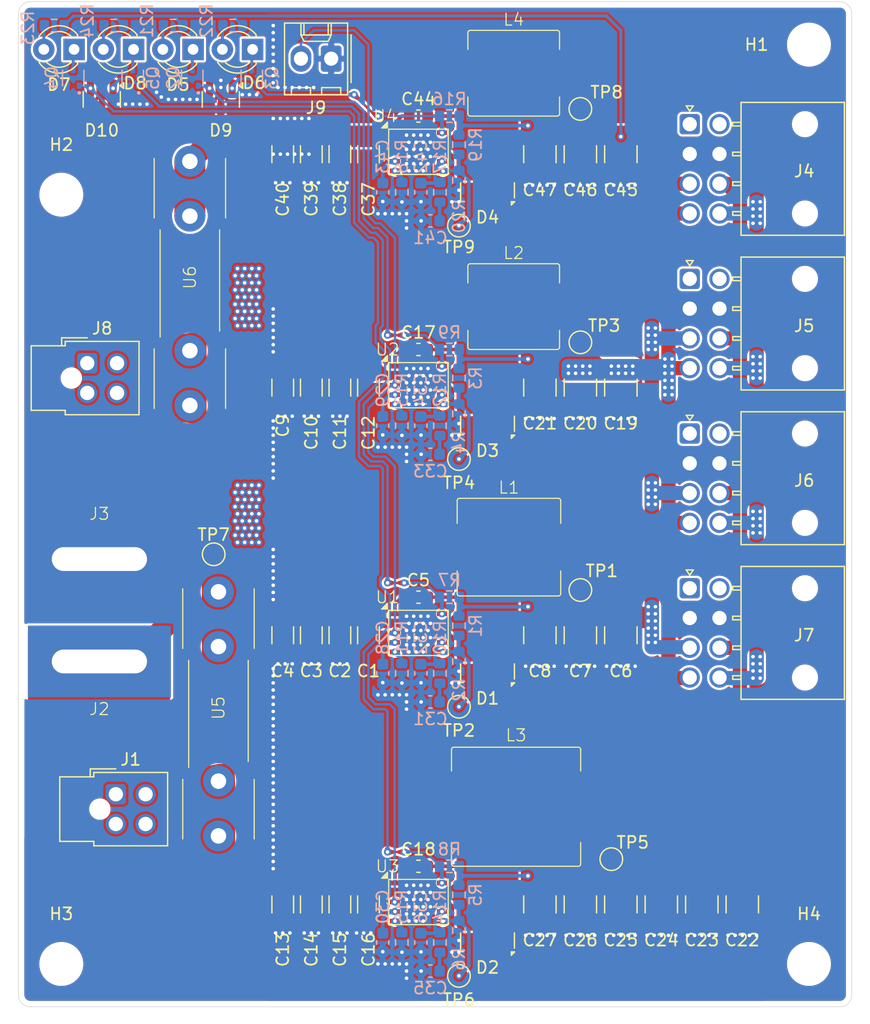
<source format=kicad_pcb>
(kicad_pcb (version 20241229) (generator "pcbnew") (generator_version "9.0")
  (layers (0 "F.Cu" signal) (4 "In1.Cu" signal) (6 "In2.Cu" signal) (2 "B.Cu" signal) (13 "F.Paste" user) (15 "B.Paste" user) (5 "F.SilkS" user "F.Silkscreen") (7 "B.SilkS" user "B.Silkscreen") (1 "F.Mask" user) (3 "B.Mask" user) (25 "Edge.Cuts" user))
  (net 0 "")
  (net 1 "VIN")
  (net 2 "GNDA")
  (net 3 "Net-(D1-K)")
  (net 4 "Net-(U1-BOOT)")
  (net 5 "9V")
  (net 6 "Net-(U2-BOOT)")
  (net 7 "Net-(D2-K)")
  (net 8 "Net-(D3-K)")
  (net 9 "Net-(U3-BOOT)")
  (net 10 "5V")
  (net 11 "12V")
  (net 12 "Net-(U1-SS{slash}TR)")
  (net 13 "Net-(U2-SS{slash}TR)")
  (net 14 "Net-(U3-SS{slash}TR)")
  (net 15 "Net-(C31-Pad2)")
  (net 16 "Net-(U1-COMP)")
  (net 17 "Net-(C33-Pad2)")
  (net 18 "Net-(U2-COMP)")
  (net 19 "Net-(C35-Pad2)")
  (net 20 "Net-(U3-COMP)")
  (net 21 "VBATT")
  (net 22 "Net-(C41-Pad2)")
  (net 23 "Net-(U4-COMP)")
  (net 24 "Net-(U4-SS{slash}TR)")
  (net 25 "Net-(U4-BOOT)")
  (net 26 "Net-(D4-K)")
  (net 27 "LG5V")
  (net 28 "Net-(U1-FB)")
  (net 29 "Net-(U2-FB)")
  (net 30 "Net-(U3-FB)")
  (net 31 "PG9V")
  (net 32 "PG12V")
  (net 33 "PG5V")
  (net 34 "Net-(U1-RT{slash}SYNC)")
  (net 35 "Net-(U2-RT{slash}SYNC)")
  (net 36 "Net-(U3-RT{slash}SYNC)")
  (net 37 "PGLG5V")
  (net 38 "Net-(U4-RT{slash}SYNC)")
  (net 39 "Net-(U4-FB)")
  (net 40 "Net-(D5-K)")
  (net 41 "Net-(D5-A)")
  (net 42 "EN12V")
  (net 44 "Net-(J8-Pin_3)")
  (net 45 "Net-(U4-VIN)")
  (net 46 "Net-(J1-Pin_3)")
  (net 47 "Net-(D6-K)")
  (net 48 "Net-(D6-A)")
  (net 49 "Net-(D7-K)")
  (net 50 "Net-(D7-A)")
  (net 51 "Net-(D8-K)")
  (net 52 "Net-(D8-A)")
  (footprint "Connector_Molex:Molex_Nano-Fit_105314-xx08_2x04_P2.50mm_Horizontal" (layer "F.Cu") (at 79.585 67.07)
    (property "Reference" "J5")
    (property "Value" "POW_motors")
  )
  (footprint "Capacitor_SMD:C_0603_1608Metric" (layer "F.Cu") (at 56.8 93.8)
    (property "Reference" "C5")
    (property "Value" "0.1uF")
  )
  (footprint "Capacitor_SMD:C_1206_3216Metric" (layer "F.Cu") (at 52.6 97 -90)
    (property "Reference" "C1")
    (property "Value" "2.2uF")
  )
  (footprint "LED_THT:LED_D3.0mm" (layer "F.Cu") (at 42.87 47.8 180)
    (property "Reference" "D6")
    (property "Value" "LED")
  )
  (footprint "LED_THT:LED_D3.0mm" (layer "F.Cu") (at 37.87 47.8 180)
    (property "Reference" "D5")
    (property "Value" "LED")
  )
  (footprint "Capacitor_SMD:C_1210_3225Metric" (layer "F.Cu") (at 67 97 -90)
    (property "Reference" "C8")
    (property "Value" "47uF")
  )
  (footprint "Devices:BATT_CONN" (layer "F.Cu") (at 30 90.6)
    (property "Reference" "J3")
    (property "Value" "GNDBATT")
  )
  (footprint "Devices:20x5_fuseholder" (layer "F.Cu") (at 37.6 67.45 90)
    (property "Reference" "U6")
    (property "Value" "~")
  )
  (footprint "Capacitor_SMD:C_1210_3225Metric" (layer "F.Cu") (at 67 119.6 -90)
    (property "Reference" "C27")
    (property "Value" "10uF")
  )
  (footprint "TestPoint:TestPoint_Pad_D1.5mm" (layer "F.Cu") (at 60.2 125.6)
    (property "Reference" "TP6")
    (property "Value" "TPFB12V")
  )
  (footprint "Capacitor_SMD:C_1210_3225Metric" (layer "F.Cu") (at 80.6 119.6 -90)
    (property "Reference" "C23")
    (property "Value" "10uF")
  )
  (footprint "TestPoint:TestPoint_Pad_D1.5mm" (layer "F.Cu") (at 60.2 62.6)
    (property "Reference" "TP9")
    (property "Value" "TPFBLG5V")
  )
  (footprint "Connector_Molex:Molex_Nano-Fit_105310-xx04_2x02_P2.50mm_Vertical" (layer "F.Cu") (at 28.98 74.15)
    (property "Reference" "J8")
    (property "Value" "SWLogic")
  )
  (footprint "Capacitor_SMD:C_1210_3225Metric" (layer "F.Cu") (at 73.8 119.6 -90)
    (property "Reference" "C25")
    (property "Value" "10uF")
  )
  (footprint "MountingHole:MountingHole_3.2mm_M3" (layer "F.Cu") (at 89.6 124.6)
    (property "Reference" "H4")
    (property "Value" "MountingHole")
  )
  (footprint "Capacitor_SMD:C_1210_3225Metric" (layer "F.Cu") (at 70.4 56.6 -90)
    (property "Reference" "C46")
    (property "Value" "47uF")
  )
  (footprint "Devices:RTQ6365" (layer "F.Cu") (at 56.8 119.4)
    (property "Reference" "U3")
    (property "Value" "~")
  )
  (footprint "Package_TO_SOT_SMD:TO-277A" (layer "F.Cu") (at 62.6 57.4 180)
    (property "Reference" "D4")
    (property "Value" "SS5P6")
  )
  (footprint "Capacitor_SMD:C_1206_3216Metric" (layer "F.Cu") (at 50.2 76.2 -90)
    (property "Reference" "C11")
    (property "Value" "2.2uF")
  )
  (footprint "Capacitor_SMD:C_1206_3216Metric" (layer "F.Cu") (at 52.6 119.6 -90)
    (property "Reference" "C16")
    (property "Value" "2.2uF")
  )
  (footprint "MountingHole:MountingHole_3.2mm_M3" (layer "F.Cu") (at 26.8 60)
    (property "Reference" "H2")
    (property "Value" "MountingHole")
  )
  (footprint "Connector_Molex:Molex_Nano-Fit_105314-xx08_2x04_P2.50mm_Horizontal" (layer "F.Cu") (at 79.585 54.08)
    (property "Reference" "J4")
    (property "Value" "POW_strat")
  )
  (footprint "Devices:RTQ6365" (layer "F.Cu") (at 56.8 96.8)
    (property "Reference" "U1")
    (property "Value" "~")
  )
  (footprint "Devices:VCHA075D-6R8MS6" (layer "F.Cu") (at 64.8 69.4)
    (property "Reference" "L2")
    (property "Value" "VCHA075D-6R8MS6")
  )
  (footprint "LED_THT:LED_D3.0mm" (layer "F.Cu") (at 32.87 47.8 180)
    (property "Reference" "D8")
    (property "Value" "LED")
  )
  (footprint "Capacitor_SMD:C_1206_3216Metric" (layer "F.Cu") (at 50.2 56.6 -90)
    (property "Reference" "C38")
    (property "Value" "2.2uF")
  )
  (footprint "Capacitor_SMD:C_1206_3216Metric" (layer "F.Cu") (at 47.8 119.6 -90)
    (property "Reference" "C14")
    (property "Value" "2.2uF")
  )
  (footprint "Devices:VCHA075D-6R8MS6" (layer "F.Cu") (at 64.8 49.8)
    (property "Reference" "L4")
    (property "Value" "VCHA075D-6R8MS6")
  )
  (footprint "Capacitor_SMD:C_1210_3225Metric" (layer "F.Cu") (at 73.8 56.6 -90)
    (property "Reference" "C45")
    (property "Value" "47uF")
  )
  (footprint "Devices:20x5_fuseholder" (layer "F.Cu") (at 40 103.6 90)
    (property "Reference" "U5")
    (property "Value" "~")
  )
  (footprint "LED_THT:LED_D3.0mm" (layer "F.Cu") (at 27.87 47.8 180)
    (property "Reference" "D7")
    (property "Value" "LED")
  )
  (footprint "Package_TO_SOT_SMD:TO-277A" (layer "F.Cu") (at 62.6 77 180)
    (property "Reference" "D3")
    (property "Value" "SS5P6")
  )
  (footprint "Devices:VCHA105D-150MS6" (layer "F.Cu") (at 65 111.4)
    (property "Reference" "L3")
    (property "Value" "VCHA105D-150MS6")
  )
  (footprint "Devices:VCHA085D-100MS6" (layer "F.Cu") (at 64.4 89.6)
    (property "Reference" "L1")
    (property "Value" "VCHA085D-100MS6")
  )
  (footprint "TestPoint:TestPoint_Pad_D1.5mm" (layer "F.Cu") (at 39.6 90.2)
    (property "Reference" "TP7")
    (property "Value" "TPVIN")
  )
  (footprint "TestPoint:TestPoint_Pad_D1.5mm" (layer "F.Cu") (at 70.4 72.4)
    (property "Reference" "TP3")
    (property "Value" "TP5V")
  )
  (footprint "Package_TO_SOT_SMD:SOT-23" (layer "F.Cu") (at 40.2 52 -90)
    (property "Reference" "D9")
    (property "Value" "AZ23C5V1-E3-08")
  )
  (footprint "Capacitor_SMD:C_1206_3216Metric" (layer "F.Cu") (at 47.8 76.2 -90)
    (property "Reference" "C10")
    (property "Value" "2.2uF")
  )
  (footprint "Package_TO_SOT_SMD:SOT-23" (layer "F.Cu") (at 30.2 52 -90)
    (property "Reference" "D10")
    (property "Value" "AZ23C5V1-E3-08")
  )
  (footprint "Capacitor_SMD:C_0603_1608Metric" (layer "F.Cu") (at 56.8 116.4)
    (property "Reference" "C18")
    (property "Value" "0.1uF")
  )
  (footprint "Connector_Molex:Molex_Nano-Fit_105310-xx04_2x02_P2.50mm_Vertical" (layer "F.Cu") (at 31.38 110.35)
    (property "Reference" "J1")
    (property "Value" "AUConn")
  )
  (footprint "Capacitor_SMD:C_1210_3225Metric" (layer "F.Cu") (at 84 119.6 -90)
    (property "Reference" "C22")
    (property "Value" "10uF")
  )
  (footprint "Capacitor_SMD:C_1206_3216Metric" (layer "F.Cu") (at 45.4 119.6 -90)
    (property "Reference" "C13")
    (property "Value" "2.2uF")
  )
  (footprint "Devices:RTQ6365" (layer "F.Cu") (at 56.8 76)
    (property "Reference" "U2")
    (property "Value" "~")
  )
  (footprint "Capacitor_SMD:C_1206_3216Metric" (layer "F.Cu") (at 52.6 56.6 -90)
    (property "Reference" "C37")
    (property "Value" "2.2uF")
  )
  (footprint "Capacitor_SMD:C_1210_3225Metric" (layer "F.Cu") (at 73.8 97 -90)
    (property "Reference" "C6")
    (property "Value" "47uF")
  )
  (footprint "MountingHole:MountingHole_3.2mm_M3" (layer "F.Cu") (at 26.8 124.6)
    (property "Reference" "H3")
    (property "Value" "MountingHole")
  )
  (footprint "Connector_Molex:Molex_KK-254_AE-6410-02A_1x02_P2.54mm_Vertical" (layer "F.Cu") (at 49.47 48.58 180)
    (property "Reference" "J9")
    (property "Value" "POW_EN")
  )
  (footprint "Capacitor_SMD:C_1210_3225Metric" (layer "F.Cu") (at 70.4 119.6 -90)
    (property "Reference" "C26")
    (property "Value" "10uF")
  )
  (footprint "TestPoint:TestPoint_Pad_D1.5mm" (layer "F.Cu") (at 70.4 52.8)
    (property "Reference" "TP8")
    (property "Value" "TPLG5V")
  )
  (footprint "Capacitor_SMD:C_1210_3225Metric" (layer "F.Cu") (at 67 56.6 -90)
    (property "Reference" "C47")
    (property "Value" "47uF")
  )
  (footprint "Capacitor_SMD:C_1210_3225Metric" (layer "F.Cu") (at 77.2 119.6 -90)
    (property "Reference" "C24")
    (property "Value" "10uF")
  )
  (footprint "Capacitor_SMD:C_1206_3216Metric" (layer "F.Cu") (at 47.8 97 -90)
    (property "Reference" "C3")
    (property "Value" "2.2uF")
  )
  (footprint "Capacitor_SMD:C_1210_3225Metric" (layer "F.Cu") (at 73.8 76.2 -90)
    (property "Reference" "C19")
    (property "Value" "47uF")
  )
  (footprint "Capacitor_SMD:C_1206_3216Metric" (layer "F.Cu") (at 45.4 56.6 -90)
    (property "Reference" "C40")
    (property "Value" "2.2uF")
  )
  (footprint "Package_TO_SOT_SMD:TO-277A" (layer "F.Cu") (at 62.6 120.4 180)
    (property "Reference" "D2")
    (property "Value" "SS5P6")
  )
  (footprint "Capacitor_SMD:C_1206_3216Metric" (layer "F.Cu") (at 50.2 119.6 -90)
    (property "Reference" "C15")
    (property "Value" "2.2uF")
  )
  (footprint "TestPoint:TestPoint_Pad_D1.5mm" (layer "F.Cu") (at 70.4 93.2)
    (property "Reference" "TP1")
    (property "Value" "TP9V")
  )
  (footprint "TestPoint:TestPoint_Pad_D1.5mm" (layer "F.Cu") (at 73 115.8)
    (property "Reference" "TP5")
    (property "Value" "TP12V")
  )
  (footprint "Capacitor_SMD:C_1206_3216Metric" (layer "F.Cu") (at 45.4 97 -90)
    (property "Reference" "C4")
    (property "Value" "2.2uF")
  )
  (footprint "Connector_Molex:Molex_Nano-Fit_105314-xx08_2x04_P2.50mm_Horizontal" (layer "F.Cu") (at 79.585 80.06)
    (property "Reference" "J6")
    (property "Value" "POW_Access")
  )
  (footprint "Capacitor_SMD:C_1206_3216Metric" (layer "F.Cu") (at 50.2 97 -90)
    (property "Reference" "C2")
    (property "Value" "2.2uF")
  )
  (footprint "Devices:BATT_CONN" (layer "F.Cu") (at 30 99.2)
    (property "Reference" "J2")
    (property "Value" "VBATT")
  )
  (footprint "TestPoint:TestPoint_Pad_D1.5mm" (layer "F.Cu") (at 60.2 103)
    (property "Reference" "TP2")
    (property "Value" "TPFB9V")
  )
  (footprint "Capacitor_SMD:C_1206_3216Metric" (layer "F.Cu") (at 52.6 76.2 -90)
    (property "Reference" "C12")
    (property "Value" "2.2uF")
  )
  (footprint "Package_TO_SOT_SMD:TO-277A" (layer "F.Cu") (at 62.6 97.8 180)
    (property "Reference" "D1")
    (property "Value" "SS5P6")
  )
  (footprint "Capacitor_SMD:C_0603_1608Metric" (layer "F.Cu") (at 56.8 73)
    (property "Reference" "C17")
    (property "Value" "0.1uF")
  )
  (footprint "Capacitor_SMD:C_1210_3225Metric" (layer "F.Cu") (at 67 76.2 -90)
    (property "Reference" "C21")
    (property "Value" "47uF")
  )
  (footprint "Capacitor_SMD:C_1210_3225Metric" (layer "F.Cu") (at 70.4 76.2 -90)
    (property "Reference" "C20")
    (property "Value" "47uF")
  )
  (footprint "TestPoint:TestPoint_Pad_D1.5mm" (layer "F.Cu") (at 60.2 82.2)
    (property "Reference" "TP4")
    (property "Value" "TPFB5V")
  )
  (footprint "Capacitor_SMD:C_1206_3216Metric" (layer "F.Cu") (at 47.8 56.6 -90)
    (property "Reference" "C39")
    (property "Value" "2.2uF")
  )
  (footprint "Capacitor_SMD:C_0603_1608Metric" (layer "F.Cu") (at 56.8 53.4)
    (property "Reference" "C44")
    (property "Value" "0.1uF")
  )
  (footprint "Connector_Molex:Molex_Nano-Fit_105314-xx08_2x04_P2.50mm_Horizontal" (layer "F.Cu") (at 79.585 93.05)
    (property "Reference" "J7")
    (property "Value" "POW_access")
  )
  (footprint "MountingHole:MountingHole_3.2mm_M3" (layer "F.Cu") (at 89.6 47.4)
    (property "Reference" "H1")
    (property "Value" "MountingHole")
  )
  (footprint "Capacitor_SMD:C_1210_3225Metric" (layer "F.Cu") (at 70.4 97 -90)
    (property "Reference" "C7")
    (property "Value" "47uF")
  )
  (footprint "Devices:RTQ6365" (layer "F.Cu") (at 56.8 56.4)
    (property "Reference" "U4")
    (property "Value" "~")
  )
  (footprint "Capacitor_SMD:C_1206_3216Metric" (layer "F.Cu") (at 45.4 76.2 -90)
    (property "Reference" "C9")
    (property "Value" "2.2uF")
  )
  (footprint "Resistor_SMD:R_0603_1608Metric" (layer "B.Cu") (at 59.4 93.8 180)
    (property "Reference" "R7")
    (property "Value" "100k")
  )
  (footprint "Resistor_SMD:R_0603_1608Metric" (layer "B.Cu") (at 55.4 59.8 -90)
    (property "Reference" "R18")
    (property "Value" "249k")
  )
  (footprint "Capacitor_SMD:C_0603_1608Metric" (layer "B.Cu") (at 53.8 122.8 -90)
    (property "Reference" "C30")
    (property "Value" "10nF")
  )
  (footprint "Resistor_SMD:R_0603_1608Metric" (layer "B.Cu") (at 58.6 100.2 90)
    (property "Reference" "R10")
    (property "Value" "10k")
  )
  (footprint "Capacitor_SMD:C_0603_1608Metric" (layer "B.Cu") (at 53.8 59.8 -90)
    (property "Reference" "C43")
    (property "Value" "10nF")
  )
  (footprint "Resistor_SMD:R_0603_1608Metric" (layer "B.Cu") (at 60.2 118.8 -90)
    (property "Reference" "R5")
    (property "Value" "140k")
  )
  (footprint "Capacitor_SMD:C_0603_1608Metric" (layer "B.Cu") (at 57.8 125.2)
    (property "Reference" "C35")
    (property "Value" "10nF")
  )
  (footprint "Resistor_SMD:R_0603_1608Metric" (layer "B.Cu") (at 41.2 45.8 180)
    (property "Reference" "R22")
    (property "Value" "140")
  )
  (footprint "Capacitor_SMD:C_0603_1608Metric" (layer "B.Cu") (at 57.8 62.2)
    (property "Reference" "C41")
    (property "Value" "10nF")
  )
  (footprint "Capacitor_SMD:C_0603_1608Metric" (layer "B.Cu") (at 57.8 81.8)
    (property "Reference" "C33")
    (property "Value" "10nF")
  )
  (footprint "Resistor_SMD:R_0603_1608Metric" (layer "B.Cu") (at 55.4 122.8 -90)
    (property "Reference" "R15")
    (property "Value" "249k")
  )
  (footprint "Resistor_SMD:R_0603_1608Metric" (layer "B.Cu") (at 60.2 121.8 -90)
    (property "Reference" "R6")
    (property "Value" "10k")
  )
  (footprint "Resistor_SMD:R_0603_1608Metric" (layer "B.Cu") (at 58.6 59.8 90)
    (property "Reference" "R17")
    (property "Value" "10k")
  )
  (footprint "Package_TO_SOT_SMD:SOT-523" (layer "B.Cu") (at 27.8 50.2 90)
    (property "Reference" "Q4")
    (property "Value" "DMG1012T")
  )
  (footprint "Resistor_SMD:R_0603_1608Metric" (layer "B.Cu") (at 60.2 58.8 -90)
    (property "Reference" "R20")
    (property "Value" "10k")
  )
  (footprint "Package_TO_SOT_SMD:SOT-523" (layer "B.Cu") (at 32.8 50.2 90)
    (property "Reference" "Q5")
    (property "Value" "DMG1012T")
  )
  (footprint "Resistor_SMD:R_0603_1608Metric" (layer "B.Cu") (at 31.2 45.8 180)
    (property "Reference" "R24")
    (property "Value" "140")
  )
  (footprint "Resistor_SMD:R_0603_1608Metric" (layer "B.Cu") (at 60.2 55.8 -90)
    (property "Reference" "R19")
    (property "Value" "52.3k")
  )
  (footprint "Resistor_SMD:R_0603_1608Metric" (layer "B.Cu") (at 59.4 73 180)
    (property "Reference" "R9")
    (property "Value" "100k")
  )
  (footprint "Capacitor_SMD:C_0603_1608Metric" (layer "B.Cu") (at 57 100.2 90)
    (property "Reference" "C32")
    (property "Value" "100pF")
  )
  (footprint "Resistor_SMD:R_0603_1608Metric" (layer "B.Cu") (at 60.2 99.2 -90)
    (property "Reference" "R2")
    (property "Value" "10k")
  )
  (footprint "Capacitor_SMD:C_0603_1608Metric" (layer "B.Cu") (at 53.8 100.2 -90)
    (property "Reference" "C28")
    (property "Value" "10nF")
  )
  (footprint "Capacitor_SMD:C_0603_1608Metric" (layer "B.Cu") (at 57.8 102.6)
    (property "Reference" "C31")
    (property "Value" "10nF")
  )
  (footprint "Resistor_SMD:R_0603_1608Metric" (layer "B.Cu") (at 36.2 45.8 180)
    (property "Reference" "R21")
    (property "Value" "140")
  )
  (footprint "Resistor_SMD:R_0603_1608Metric" (layer "B.Cu") (at 60.2 96.2 -90)
    (property "Reference" "R1")
    (property "Value" "102k")
  )
  (footprint "Resistor_SMD:R_0603_1608Metric" (layer "B.Cu") (at 55.4 100.2 -90)
    (property "Reference" "R11")
    (property "Value" "249k")
  )
  (footprint "Capacitor_SMD:C_0603_1608Metric" (layer "B.Cu") (at 57 122.8 90)
    (property "Reference" "C36")
    (property "Value" "100pF")
  )
  (footprint "Resistor_SMD:R_0603_1608Metric" (layer "B.Cu") (at 60.2 75.4 -90)
    (property "Reference" "R3")
    (property "Value" "52.3k")
  )
  (footprint "Resistor_SMD:R_0603_1608Metric" (layer "B.Cu") (at 58.6 122.8 90)
    (property "Reference" "R14")
    (property "Value" "10k")
  )
  (footprint "Resistor_SMD:R_0603_1608Metric" (layer "B.Cu") (at 58.6 79.4 90)
    (property "Reference" "R12")
    (property "Value" "10k")
  )
  (footprint "Resistor_SMD:R_0603_1608Metric" (layer "B.Cu") (at 59.4 53.4 180)
    (property "Reference" "R16")
    (property "Value" "100k")
  )
  (footprint "Capacitor_SMD:C_0603_1608Metric" (layer "B.Cu") (at 57 79.4 90)
    (property "Reference" "C34")
    (property "Value" "100pF")
  )
  (footprint "Resistor_SMD:R_0603_1608Metric" (layer "B.Cu") (at 60.2 78.4 -90)
    (property "Reference" "R4")
    (property "Value" "10k")
  )
  (footprint "Package_TO_SOT_SMD:SOT-523" (layer "B.Cu") (at 42.8 50.2 90)
    (property "Reference" "Q3")
    (property "Value" "DMG1012T")
  )
  (footprint "Package_TO_SOT_SMD:SOT-523" (layer "B.Cu") (at 37.8 50.2 90)
    (property "Reference" "Q2")
    (property "Value" "DMG1012T")
  )
  (footprint "Resistor_SMD:R_0603_1608Metric" (layer "B.Cu") (at 55.4 79.4 -90)
    (property "Reference" "R13")
    (property "Value" "249k")
  )
  (footprint "Resistor_SMD:R_0603_1608Metric" (layer "B.Cu") (at 26.2 45.8 180)
    (property "Reference" "R23")
    (property "Value" "140")
  )
  (footprint "Resistor_SMD:R_0603_1608Metric" (layer "B.Cu") (at 59.4 116.4 180)
    (property "Reference" "R8")
    (property "Value" "100k")
  )
  (footprint "Capacitor_SMD:C_0603_1608Metric" (layer "B.Cu") (at 53.8 79.4 -90)
    (property "Reference" "C29")
    (property "Value" "10nF")
  )
  (footprint "Capacitor_SMD:C_0603_1608Metric" (layer "B.Cu") (at 57 59.8 90)
    (property "Reference" "C42")
    (property "Value" "100pF")
  )
  (gr_arc (start 93.2 127.2) (mid 92.907107 127.907107) (end 92.2 128.2) (stroke (width 0.05)) (layer "Edge.Cuts"))
  (gr_line (start 93.2 44.8) (end 93.2 127.2) (stroke (width 0.05)) (layer "Edge.Cuts"))
  (gr_arc (start 24.2 128.2) (mid 23.492893 127.907107) (end 23.2 127.2) (stroke (width 0.05)) (layer "Edge.Cuts"))
  (gr_arc (start 23.2 44.8) (mid 23.492893 44.092893) (end 24.2 43.8) (stroke (width 0.05)) (layer "Edge.Cuts"))
  (gr_arc (start 92.2 43.8) (mid 92.907107 44.092893) (end 93.2 44.8) (stroke (width 0.05)) (layer "Edge.Cuts"))
  (gr_line (start 24.2 43.8) (end 92.2 43.8) (stroke (width 0.05)) (layer "Edge.Cuts"))
  (gr_line (start 92.2 128.2) (end 24.2 128.2) (stroke (width 0.05)) (layer "Edge.Cuts"))
  (gr_line (start 23.2 127.2) (end 23.2 44.8) (stroke (width 0.05)) (layer "Edge.Cuts"))
  (segment (start 52.6 118.125) (end 52.875 118.4) (width 0.3) (layer "F.Cu") (net 1))
  (segment (start 40 90.6) (end 39.6 90.2) (width 0.25) (layer "F.Cu") (net 1))
  (segment (start 52.6 118.125) (end 45.4 118.125) (width 0.3) (layer "F.Cu") (net 1))
  (segment (start 54.625 75) (end 54.825 75.2) (width 0.3) (layer "F.Cu") (net 1))
  (segment (start 52.6 74.725) (end 45.4 74.725) (width 0.3) (layer "F.Cu") (net 1))
  (segment (start 52.875 95.8) (end 54.625 95.8) (width 0.3) (layer "F.Cu") (net 1))
  (segment (start 52.6 95.525) (end 52.875 95.8) (width 0.3) (layer "F.Cu") (net 1))
  (segment (start 52.6 74.725) (end 52.875 75) (width 0.3) (layer "F.Cu") (net 1))
  (segment (start 54.625 95.8) (end 54.825 96) (width 0.3) (layer "F.Cu") (net 1))
  (segment (start 52.875 75) (end 54.625 75) (width 0.3) (layer "F.Cu") (net 1))
  (segment (start 52.875 118.4) (end 54.625 118.4) (width 0.3) (layer "F.Cu") (net 1))
  (segment (start 52.6 95.525) (end 45.4 95.525) (width 0.3) (layer "F.Cu") (net 1))
  (segment (start 40 93.35) (end 40 90.6) (width 0.25) (layer "F.Cu") (net 1))
  (segment (start 54.625 118.4) (end 54.825 118.6) (width 0.3) (layer "F.Cu") (net 1))
  (via (at 43.4 84.4) (size 0.6) (drill 0.3) (layers "F.Cu" "B.Cu") (net 1))
  (via (at 42.8 86.8) (size 0.6) (drill 0.3) (layers "F.Cu" "B.Cu") (net 1))
  (via (at 42.8 66.2) (size 0.6) (drill 0.3) (layers "F.Cu" "B.Cu") (net 1))
  (via (at 43.4 86.8) (size 0.6) (drill 0.3) (layers "F.Cu" "B.Cu") (net 1))
  (via (at 41.4 70.4) (size 0.6) (drill 0.3) (layers "F.Cu" "B.Cu") (net 1))
  (via (at 41.6 89.2) (size 0.6) (drill 0.3) (layers "F.Cu" "B.Cu") (net 1))
  (via (at 43.4 85.6) (size 0.6) (drill 0.3) (layers "F.Cu" "B.Cu") (net 1))
  (via (at 41.4 68) (size 0.6) (drill 0.3) (layers "F.Cu" "B.Cu") (net 1))
  (via (at 41.4 85) (size 0.6) (drill 0.3) (layers "F.Cu" "B.Cu") (net 1))
  (via (at 42.2 68.6) (size 0.6) (drill 0.3) (layers "F.Cu" "B.Cu") (net 1))
  (via (at 43.4 68.6) (size 0.6) (drill 0.3) (layers "F.Cu" "B.Cu") (net 1))
  (via (at 43.2 66.8) (size 0.6) (drill 0.3) (layers "F.Cu" "B.Cu") (net 1))
  (via (at 41.6 84.4) (size 0.6) (drill 0.3) (layers "F.Cu" "B.Cu") (net 1))
  (via (at 43.4 89.2) (size 0.6) (drill 0.3) (layers "F.Cu" "B.Cu") (net 1))
  (via (at 42.2 84.4) (size 0.6) (drill 0.3) (layers "F.Cu" "B.Cu") (net 1))
  (via (at 42.6 87.4) (size 0.6) (drill 0.3) (layers "F.Cu" "B.Cu") (net 1))
  (via (at 42.8 89.2) (size 0.6) (drill 0.3) (layers "F.Cu" "B.Cu") (net 1))
  (via (at 42.8 67.4) (size 0.6) (drill 0.3) (layers "F.Cu" "B.Cu") (net 1))
  (via (at 42.6 68) (size 0.6) (drill 0.3) (layers "F.Cu" "B.Cu") (net 1))
  (via (at 41.6 86.8) (size 0.6) (drill 0.3) (layers "F.Cu" "B.Cu") (net 1))
  (via (at 42.8 71) (size 0.6) (drill 0.3) (layers "F.Cu" "B.Cu") (net 1))
  (via (at 42.6 85) (size 0.6) (drill 0.3) (layers "F.Cu" "B.Cu") (net 1))
  (via (at 42.6 66.8) (size 0.6) (drill 0.3) (layers "F.Cu" "B.Cu") (net 1))
  (via (at 42.2 69.8) (size 0.6) (drill 0.3) (layers "F.Cu" "B.Cu") (net 1))
  (via (at 43.2 69.2) (size 0.6) (drill 0.3) (layers "F.Cu" "B.Cu") (net 1))
  (via (at 42.8 84.4) (size 0.6) (drill 0.3) (layers "F.Cu" "B.Cu") (net 1))
  (via (at 42 88.6) (size 0.6) (drill 0.3) (layers "F.Cu" "B.Cu") (net 1))
  (via (at 42 70.4) (size 0.6) (drill 0.3) (layers "F.Cu" "B.Cu") (net 1))
  (via (at 41.4 88.6) (size 0.6) (drill 0.3) (layers "F.Cu" "B.Cu") (net 1))
  (via (at 42.6 69.2) (size 0.6) (drill 0.3) (layers "F.Cu" "B.Cu") (net 1))
  (via (at 41.6 68.6) (size 0.6) (drill 0.3) (layers "F.Cu" "B.Cu") (net 1))
  (via (at 42.2 89.2) (size 0.6) (drill 0.3) (layers "F.Cu" "B.Cu") (net 1))
  (via (at 42.2 88) (size 0.6) (drill 0.3) (layers "F.Cu" "B.Cu") (net 1))
  (via (at 41.6 88) (size 0.6) (drill 0.3) (layers "F.Cu" "B.Cu") (net 1))
  (via (at 42.8 68.6) (size 0.6) (drill 0.3) (layers "F.Cu" "B.Cu") (net 1))
  (via (at 42.2 85.6) (size 0.6) (drill 0.3) (layers "F.Cu" "B.Cu") (net 1))
  (via (at 42.8 85.6) (size 0.6) (drill 0.3) (layers "F.Cu" "B.Cu") (net 1))
  (via (at 42 85) (size 0.6) (drill 0.3) (layers "F.Cu" "B.Cu") (net 1))
  (via (at 43.2 86.2) (size 0.6) (drill 0.3) (layers "F.Cu" "B.Cu") (net 1))
  (via (at 43.2 87.4) (size 0.6) (drill 0.3) (layers "F.Cu" "B.Cu") (net 1))
  (via (at 41.6 69.8) (size 0.6) (drill 0.3) (layers "F.Cu" "B.Cu") (net 1))
  (via (at 43.4 66.2) (size 0.6) (drill 0.3) (layers "F.Cu" "B.Cu") (net 1))
  (via (at 43.4 69.8) (size 0.6) (drill 0.3) (layers "F.Cu" "B.Cu") (net 1))
  (via (at 43.2 85) (size 0.6) (drill 0.3) (layers "F.Cu" "B.Cu") (net 1))
  (via (at 42 68) (size 0.6) (drill 0.3) (layers "F.Cu" "B.Cu") (net 1))
  (via (at 42.6 86.2) (size 0.6) (drill 0.3) (layers "F.Cu" "B.Cu") (net 1))
  (via (at 41.6 71) (size 0.6) (drill 0.3) (layers "F.Cu" "B.Cu") (net 1))
  (via (at 41.6 67.4) (size 0.6) (drill 0.3) (layers "F.Cu" "B.Cu") (net 1))
  (via (at 42.2 71) (size 0.6) (drill 0.3) (layers "F.Cu" "B.Cu") (net 1))
  (via (at 43.2 70.4) (size 0.6) (drill 0.3) (layers "F.Cu" "B.Cu") (net 1))
  (via (at 43.2 88.6) (size 0.6) (drill 0.3) (layers "F.Cu" "B.Cu") (net 1))
  (via (at 42 86.2) (size 0.6) (drill 0.3) (layers "F.Cu" "B.Cu") (net 1))
  (via (at 42.8 88) (size 0.6) (drill 0.3) (layers "F.Cu" "B.Cu") (net 1))
  (via (at 42.8 69.8) (size 0.6) (drill 0.3) (layers "F.Cu" "B.Cu") (net 1))
  (via (at 41.6 85.6) (size 0.6) (drill 0.3) (layers "F.Cu" "B.Cu") (net 1))
  (via (at 42.2 86.8) (size 0.6) (drill 0.3) (layers "F.Cu" "B.Cu") (net 1))
  (via (at 42 69.2) (size 0.6) (drill 0.3) (layers "F.Cu" "B.Cu") (net 1))
  (via (at 41.4 69.2) (size 0.6) (drill 0.3) (layers "F.Cu" "B.Cu") (net 1))
  (via (at 42 66.8) (size 0.6) (drill 0.3) (layers "F.Cu" "B.Cu") (net 1))
  (via (at 42.2 67.4) (size 0.6) (drill 0.3) (layers "F.Cu" "B.Cu") (net 1))
  (via (at 43.4 71) (size 0.6) (drill 0.3) (layers "F.Cu" "B.Cu") (net 1))
  (via (at 41.4 87.4) (size 0.6) (drill 0.3) (layers "F.Cu" "B.Cu") (net 1))
  (via (at 42.6 70.4) (size 0.6) (drill 0.3) (layers "F.Cu" "B.Cu") (net 1))
  (via (at 41.4 66.8) (size 0.6) (drill 0.3) (layers "F.Cu" "B.Cu") (net 1))
  (via (at 42.6 88.6) (size 0.6) (drill 0.3) (layers "F.Cu" "B.Cu") (net 1))
  (via (at 43.4 67.4) (size 0.6) (drill 0.3) (layers "F.Cu" "B.Cu") (net 1))
  (via (at 43.2 68) (size 0.6) (drill 0.3) (layers "F.Cu" "B.Cu") (net 1))
  (via (at 41.4 86.2) (size 0.6) (drill 0.3) (layers "F.Cu" "B.Cu") (net 1))
  (via (at 43.4 88) (size 0.6) (drill 0.3) (layers "F.Cu" "B.Cu") (net 1))
  (via (at 42 87.4) (size 0.6) (drill 0.3) (layers "F.Cu" "B.Cu") (net 1))
  (via (at 42.2 66.2) (size 0.6) (drill 0.3) (layers "F.Cu" "B.Cu") (net 1))
  (via (at 41.6 66.2) (size 0.6) (drill 0.3) (layers "F.Cu" "B.Cu") (net 1))
  (segment (start 52.6 121.075) (end 45.4 121.075) (width 0.3) (layer "F.Cu") (net 2))
  (segment (start 58.775 96.8) (end 56.8 96.8) (width 0.3) (layer "F.Cu") (net 2))
  (segment (start 60.2 79.225) (end 59.225 80.2) (width 0.3) (layer "F.Cu") (net 2))
  (segment (start 59.6 56.925932) (end 59.074068 56.4) (width 0.3) (layer "F.Cu") (net 2))
  (segment (start 57.025 123.6) (end 57.0125 123.5875) (width 0.3) (layer "F.Cu") (net 2))
  (segment (start 60.2 100.025) (end 59.6 99.425) (width 0.3) (layer "F.Cu") (net 2))
  (segment (start 55.375 123.575) (end 55.4125 123.6125) (width 0.3) (layer "F.Cu") (net 2))
  (segment (start 59.6 122.025) (end 59.6 119.925932) (width 0.3) (layer "F.Cu") (net 2))
  (segment (start 57.0125 80.1875) (end 57.0125 81.7875) (width 0.3) (layer "F.Cu") (net 2))
  (segment (start 59.225 60.6) (end 57.025 60.6) (width 0.3) (layer "F.Cu") (net 2))
  (segment (start 59.074068 96.8) (end 58.775 96.8) (width 0.3) (layer "F.Cu") (net 2))
  (segment (start 59.074068 56.4) (end 58.775 56.4) (width 0.3) (layer "F.Cu") (net 2))
  (segment (start 55.375 100.975) (end 55.4125 101.0125) (width 0.3) (layer "F.Cu") (net 2))
  (segment (start 55.375 60.575) (end 55.4125 60.6125) (width 0.3) (layer "F.Cu") (net 2))
  (segment (start 67 58.075) (end 64.91 60.165) (width 0.3) (layer "F.Cu") (net 2))
  (segment (start 73.8 121.075) (end 67 121.075) (width 0.3) (layer "F.Cu") (net 2))
  (segment (start 73.8 98.475) (end 67 98.475) (width 0.3) (layer "F.Cu") (net 2))
  (segment (start 60.2 122.625) (end 59.225 123.6) (width 0.3) (layer "F.Cu") (net 2))
  (segment (start 60.2 100.025) (end 59.225 101) (width 0.3) (layer "F.Cu") (net 2))
  (segment (start 57.025 101) (end 57.0125 100.9875) (width 0.3) (layer "F.Cu") (net 2))
  (segment (start 52.6 58.075) (end 45.4 58.075) (width 0.3) (layer "F.Cu") (net 2))
  (segment (start 57.0125 123.5875) (end 57.0125 125.1875) (width 0.3) (layer "F.Cu") (net 2))
  (segment (start 59.225 123.6) (end 57.025 123.6) (width 0.3) (layer "F.Cu") (net 2))
  (segment (start 57.025 80.2) (end 57.0125 80.1875) (width 0.3) (layer "F.Cu") (net 2))
  (segment (start 56.9875 101.0125) (end 57.0125 100.9875) (width 0.3) (layer "F.Cu") (net 2))
  (segment (start 53.8 123.575) (end 55.375 123.575) (width 0.3) (layer "F.Cu") (net 2))
  (segment (start 57.0125 60.5875) (end 57.0125 62.1875) (width 0.3) (layer "F.Cu") (net 2))
  (segment (start 61.56 79.765) (end 60.74 79.765) (width 0.3) (layer "F.Cu") (net 2))
  (segment (start 60.74 79.765) (end 60.2 79.225) (width 0.3) (layer "F.Cu") (net 2))
  (segment (start 52.6 98.475) (end 52.6 99.775) (width 0.3) (layer "F.Cu") (net 2))
  (segment (start 60.2 59.625) (end 59.225 60.6) (width 0.3) (layer "F.Cu") (net 2))
  (segment (start 67 98.475) (end 64.91 100.565) (width 0.3) (layer "F.Cu") (net 2))
  (segment (start 58.775 56.4) (end 56.8 56.4) (width 0.3) (layer "F.Cu") (net 2))
  (segment (start 55.4125 123.6125) (end 56.9875 123.6125) (width 0.3) (layer "F.Cu") (net 2))
  (segment (start 52.6 77.675) (end 52.6 78.975) (width 0.3) (layer "F.Cu") (net 2))
  (segment (start 64.91 60.165) (end 63.64 60.165) (width 0.3) (layer "F.Cu") (net 2))
  (segment (start 52.6 121.075) (end 52.6 122.375) (width 0.3) (layer "F.Cu") (net 2))
  (segment (start 52.6 59.375) (end 53.8 60.575) (width 0.3) (layer "F.Cu") (net 2))
  (segment (start 55.375 80.175) (end 55.4125 80.2125) (width 0.3) (layer "F.Cu") (net 2))
  (segment (start 67 121.075) (end 64.91 123.165) (width 0.3) (layer "F.Cu") (net 2))
  (segment (start 57.0125 81.7875) (end 57.025 81.8) (width 0.3) (layer "F.Cu") (net 2))
  (segment (start 53.8 60.575) (end 55.375 60.575) (width 0.3) (layer "F.Cu") (net 2))
  (segment (start 59.6 76.525932) (end 59.074068 76) (width 0.3) (layer "F.Cu") (net 2))
  (segment (start 59.074068 76) (end 58.775 76) (width 0.3) (layer "F.Cu") (net 2))
  (segment (start 63.64 60.165) (end 61.56 60.165) (width 0.3) (layer "F.Cu") (net 2))
  (segment (start 64.91 100.565) (end 63.64 100.565) (width 0.3) (layer "F.Cu") (net 2))
  (segment (start 56.9875 80.2125) (end 57.0125 80.1875) (width 0.3) (layer "F.Cu") (net 2))
  (segment (start 57.0125 100.9875) (end 57.0125 102.5875) (width 0.3) (layer "F.Cu") (net 2))
  (segment (start 55.4125 80.2125) (end 56.9875 80.2125) (width 0.3) (layer "F.Cu") (net 2))
  (segment (start 59.6 119.925932) (end 59.074068 119.4) (width 0.3) (layer "F.Cu") (net 2))
  (segment (start 59.074068 119.4) (end 58.775 119.4) (width 0.3) (layer "F.Cu") (net 2))
  (segment (start 60.74 60.165) (end 60.2 59.625) (width 0.3) (layer "F.Cu") (net 2))
  (segment (start 53.8 80.175) (end 55.375 80.175) (width 0.3) (layer "F.Cu") (net 2))
  (segment (start 60.2 122.625) (end 59.6 122.025) (width 0.3) (layer "F.Cu") (net 2))
  (segment (start 52.6 99.775) (end 53.8 100.975) (width 0.3) (layer "F.Cu") (net 2))
  (segment (start 52.6 122.375) (end 53.8 123.575) (width 0.3) (layer "F.Cu") (net 2))
  (segment (start 59.6 78.625) (end 59.6 76.525932) (width 0.3) (layer "F.Cu") (net 2))
  (segment (start 56.9875 123.6125) (end 57.0125 123.5875) (width 0.3) (layer "F.Cu") (net 2))
  (segment (start 63.64 79.765) (end 61.56 79.765) (width 0.3) (layer "F.Cu") (net 2))
  (segment (start 57.0125 102.5875) (end 57.025 102.6) (width 0.3) (layer "F.Cu") (net 2))
  (segment (start 52.6 98.475) (end 45.4 98.475) (width 0.3) (layer "F.Cu") (net 2))
  (segment (start 59.225 101) (end 57.025 101) (width 0.3) (layer "F.Cu") (net 2))
  (segment (start 63.64 123.165) (end 61.56 123.165) (width 0.3) (layer "F.Cu") (net 2))
  (segment (start 64.91 123.165) (end 63.64 123.165) (width 0.3) (layer "F.Cu") (net 2))
  (segment (start 53.8 100.975) (end 55.375 100.975) (width 0.3) (layer "F.Cu") (net 2))
  (segment (start 59.6 99.425) (end 59.6 97.325932) (width 0.3) (layer "F.Cu") (net 2))
  (segment (start 58.775 119.4) (end 56.8 119.4) (width 0.3) (layer "F.Cu") (net 2))
  (segment (start 59.6 97.325932) (end 59.074068 96.8) (width 0.3) (layer "F.Cu") (net 2))
  (segment (start 64.91 79.765) (end 63.64 79.765) (width 0.3) (layer "F.Cu") (net 2))
  (segment (start 61.56 60.165) (end 60.74 60.165) (width 0.3) (layer "F.Cu") (net 2))
  (segment (start 58.775 76) (end 56.8 76) (width 0.3) (layer "F.Cu") (net 2))
  (segment (start 73.8 58.075) (end 67 58.075) (width 0.3) (layer "F.Cu") (net 2))
  (segment (start 52.6 77.675) (end 45.4 77.675) (width 0.3) (layer "F.Cu") (net 2))
  (segment (start 59.225 80.2) (end 57.025 80.2) (width 0.3) (layer "F.Cu") (net 2))
  (segment (start 60.2 79.225) (end 59.6 78.625) (width 0.3) (layer "F.Cu") (net 2))
  (segment (start 63.64 100.565) (end 61.56 100.565) (width 0.3) (layer "F.Cu") (net 2))
  (segment (start 61.56 123.165) (end 60.74 123.165) (width 0.3) (layer "F.Cu") (net 2))
  (segment (start 67 77.675) (end 64.91 79.765) (width 0.3) (layer "F.Cu") (net 2))
  (segment (start 59.6 59.025) (end 59.6 56.925932) (width 0.3) (layer "F.Cu") (net 2))
  (segment (start 55.4125 60.6125) (end 56.9875 60.6125) (width 0.3) (layer "F.Cu") (net 2))
  (segment (start 57.0125 62.1875) (end 57.025 62.2) (width 0.3) (layer "F.Cu") (net 2))
  (segment (start 61.56 100.565) (end 60.74 100.565) (width 0.3) (layer "F.Cu") (net 2))
  (segment (start 60.2 59.625) (end 59.6 59.025) (width 0.3) (layer "F.Cu") (net 2))
  (segment (start 57.025 60.6) (end 57.0125 60.5875) (width 0.3) (layer "F.Cu") (net 2))
  (segment (start 60.74 123.165) (end 60.2 122.625) (width 0.3) (layer "F.Cu") (net 2))
  (segment (start 57.0125 125.1875) (end 57.025 125.2) (width 0.3) (layer "F.Cu") (net 2))
  (segment (start 55.4125 101.0125) (end 56.9875 101.0125) (width 0.3) (layer "F.Cu") (net 2))
  (segment (start 52.6 78.975) (end 53.8 80.175) (width 0.3) (layer "F.Cu") (net 2))
  (segment (start 56.9875 60.6125) (end 57.0125 60.5875) (width 0.3) (layer "F.Cu") (net 2))
  (segment (start 60.74 100.565) (end 60.2 100.025) (width 0.3) (layer "F.Cu") (net 2))
  (segment (start 52.6 58.075) (end 52.6 59.375) (width 0.3) (layer "F.Cu") (net 2))
  (segment (start 73.8 77.675) (end 67 77.675) (width 0.3) (layer "F.Cu") (net 2))
  (via (at 56.4 96.6) (size 0.6) (drill 0.3) (layers "F.Cu" "B.Cu") (net 2))
  (via (at 44.6 72.6) (size 0.6) (drill 0.3) (layers "F.Cu" "B.Cu") (net 2))
  (via (at 69.8 59.2) (size 0.6) (drill 0.3) (layers "F.Cu" "B.Cu") (net 2))
  (via (at 57.8 75.2) (size 0.6) (drill 0.3) (layers "F.Cu" "B.Cu") (net 2))
  (via (at 73.2 78.8) (size 0.6) (drill 0.3) (layers "F.Cu" "B.Cu") (net 2))
  (via (at 68.2 122.2) (size 0.6) (drill 0.3) (layers "F.Cu" "B.Cu") (net 2))
  (via (at 57.6 55) (size 0.6) (drill 0.3) (layers "F.Cu" "B.Cu") (net 2))
  (via (at 57.2 97.2) (size 0.6) (drill 0.3) (layers "F.Cu" "B.Cu") (net 2))
  (via (at 44.6 105.2) (size 0.6) (drill 0.3) (layers "F.Cu" "B.Cu") (net 2))
  (via (at 55.2 81.2) (size 0.6) (drill 0.3) (layers "F.Cu" "B.Cu") (net 2))
  (via (at 47.8 78.6) (size 0.6) (drill 0.3) (layers "F.Cu" "B.Cu") (net 2))
  (via (at 65.8 78.8) (size 0.6) (drill 0.3) (layers "F.Cu" "B.Cu") (net 2))
  (via (at 78.4 122.2) (size 0.6) (drill 0.3) (layers "F.Cu" "B.Cu") (net 2))
  (via (at 44.6 93.4) (size 0.6) (drill 0.3) (layers "F.Cu" "B.Cu") (net 2))
  (via (at 55.8 95.4) (size 0.6) (drill 0.3) (layers "F.Cu" "B.Cu") (net 2))
  (via (at 44.6 114.8) (size 0.6) (drill 0.3) (layers "F.Cu" "B.Cu") (net 2))
  (via (at 82.8 122.2) (size 0.6) (drill 0.3) (layers "F.Cu" "B.Cu") (net 2))
  (via (at 44.6 107) (size 0.6) (drill 0.3) (layers "F.Cu" "B.Cu") (net 2))
  (via (at 80.6 122.2) (size 0.6) (drill 0.3) (layers "F.Cu" "B.Cu") (net 2))
  (via (at 71.6 122.2) (size 0.6) (drill 0.3) (layers "F.Cu" "B.Cu") (net 2))
  (via (at 35.8 52) (size 0.6) (drill 0.3) (layers "F.Cu" "B.Cu") (net 2))
  (via (at 57.6 118) (size 0.6) (drill 0.3) (layers "F.Cu" "B.Cu") (net 2))
  (via (at 60.2 122.625) (size 0.6) (drill 0.3) (layers "F.Cu" "B.Cu") (net 2))
  (via (at 47.8 122) (size 0.6) (drill 0.3) (layers "F.Cu" "B.Cu") (net 2))
  (via (at 57.8 96) (size 0.6) (drill 0.3) (layers "F.Cu" "B.Cu") (net 2))
  (via (at 72.6 122.2) (size 0.6) (drill 0.3) (layers "F.Cu" "B.Cu") (net 2))
  (via (at 55.8 96.6) (size 0.6) (drill 0.3) (layers "F.Cu" "B.Cu") (net 2))
  (via (at 53.4 81.2) (size 0.6) (drill 0.3) (layers "F.Cu" "B.Cu") (net 2))
  (via (at 55.8 81.2) (size 0.6) (drill 0.3) (layers "F.Cu" "B.Cu") (net 2))
  (via (at 57.8 97.2) (size 0.6) (drill 0.3) (layers "F.Cu" "B.Cu") (net 2))
  (via (at 50.2 99.4) (size 0.6) (drill 0.3) (layers "F.Cu" "B.Cu") (net 2))
  (via (at 60.2 101) (size 0.6) (drill 0.3) (layers "F.Cu" "B.Cu") (net 2))
  (via (at 47.2 122) (size 0.6) (drill 0.3) (layers "F.Cu" "B.Cu") (net 2))
  (via (at 55.8 82.4) (size 0.6) (drill 0.3) (layers "F.Cu" "B.Cu") (net 2))
  (via (at 44.6 83.8) (size 0.6) (drill 0.3) (layers "F.Cu" "B.Cu") (net 2))
  (via (at 53.4 124.6) (size 0.6) (drill 0.3) (layers "F.Cu" "B.Cu") (net 2))
  (via (at 69.2 59.2) (size 0.6) (drill 0.3) (layers "F.Cu" "B.Cu") (net 2))
  (via (at 51.6 122) (size 0.6) (drill 0.3) (layers "F.Cu" "B.Cu") (net 2))
  (via (at 56 118.6) (size 0.6) (drill 0.3) (layers "F.Cu" "B.Cu") (net 2))
  (via (at 67.6 78.8) (size 0.6) (drill 0.3) (layers "F.Cu" "B.Cu") (net 2))
  (via (at 67.6 122.2) (size 0.6) (drill 0.3) (layers "F.Cu" "B.Cu") (net 2))
  (via (at 55.8 62.8) (size 0.6) (drill 0.3) (layers "F.Cu" "B.Cu") (net 2))
  (via (at 55.4125 101.0125) (size 0.6) (drill 0.3) (layers "F.Cu" "B.Cu") (net 2))
  (via (at 46 122) (size 0.6) (drill 0.3) (layers "F.Cu" "B.Cu") (net 2))
  (via (at 57.025 125.2) (size 0.6) (drill 0.3) (layers "F.Cu" "B.Cu") (net 2))
  (via (at 69.2 99.6) (size 0.6) (drill 0.3) (layers "F.Cu" "B.Cu") (net 2))
  (via (at 55.8 118) (size 0.6) (drill 0.3) (layers "F.Cu" "B.Cu") (net 2))
  (via (at 47 53.6) (size 0.6) (drill 0.3) (layers "F.Cu" "B.Cu") (net 2))
  (via (at 47 56.6) (size 0.6) (drill 0.3) (layers "F.Cu" "B.Cu") (net 2))
  (via (at 57.2 118.6) (size 0.6) (drill 0.3) (layers "F.Cu" "B.Cu") (net 2))
  (via (at 57 75.8) (size 0.6) (drill 0.3) (layers "F.Cu" "B.Cu") (net 2))
  (via (at 44.6 82) (size 0.6) (drill 0.3) (layers "F.Cu" "B.Cu") (net 2))
  (via (at 45.2 56.6) (size 0.6) (drill 0.3) (layers "F.Cu" "B.Cu") (net 2))
  (via (at 57.025 102.6) (size 0.6) (drill 0.3) (layers "F.Cu" "B.Cu") (net 2))
  (via (at 65.8 99.6) (size 0.6) (drill 0.3) (layers "F.Cu" "B.Cu") (net 2))
  (via (at 44.6 92.2) (size 0.6) (drill 0.3) (layers "F.Cu" "B.Cu") (net 2))
  (via (at 44.6 111.8) (size 0.6) (drill 0.3) (layers "F.Cu" "B.Cu") (net 2))
  (via (at 56 58) (size 0.6) (drill 0.3) (layers "F.Cu" "B.Cu") (net 2))
  (via (at 75 78.8) (size 0.6) (drill 0.3) (layers "F.Cu" "B.Cu") (net 2))
  (via (at 72.6 59.2) (size 0.6) (drill 0.3) (layers "F.Cu" "B.Cu") (net 2))
  (via (at 44.6 47) (size 0.6) (drill 0.3) (layers "F.Cu" "B.Cu") (net 2))
  (via (at 57 97.8) (size 0.6) (drill 0.3) (layers "F.Cu" "B.Cu") (net 2))
  (via (at 57.2 55.6) (size 0.6) (drill 0.3) (layers "F.Cu" "B.Cu") (net 2))
  (via (at 55.8 97.8) (size 0.6) (drill 0.3) (layers "F.Cu" "B.Cu") (net 2))
  (via (at 55.2 61.6) (size 0.6) (drill 0.3) (layers "F.Cu" "B.Cu") (net 2))
  (via (at 44.6 79) (size 0.6) (drill 0.3) (layers "F.Cu" "B.Cu") (net 2))
  (via (at 44.6 113.6) (size 0.6) (drill 0.3) (layers "F.Cu" "B.Cu") (net 2))
  (via (at 71.6 59.2) (size 0.6) (drill 0.3) (layers "F.Cu" "B.Cu") (net 2))
  (via (at 55.8 119.2) (size 0.6) (drill 0.3) (layers "F.Cu" "B.Cu") (net 2))
  (via (at 55.8 62.2) (size 0.6) (drill 0.3) (layers "F.Cu" "B.Cu") (net 2))
  (via (at 44.6 48.2) (size 0.6) (drill 0.3) (layers "F.Cu" "B.Cu") (net 2))
  (via (at 57.0125 123.5875) (size 0.6) (drill 0.3) (layers "F.Cu" "B.Cu") (net 2))
  (via (at 44.6 91.6) (size 0.6) (drill 0.3) (layers "F.Cu" "B.Cu") (net 2))
  (via (at 45.6 51) (size 0.6) (drill 0.3) (layers "F.Cu" "B.Cu") (net 2))
  (via (at 44.6 116) (size 0.6) (drill 0.3) (layers "F.Cu" "B.Cu") (net 2))
  (via (at 42 51.6) (size 0.6) (drill 0.3) (layers "F.Cu" "B.Cu") (net 2))
  (via (at 44.6 49.4) (size 0.6) (drill 0.3) (layers "F.Cu" "B.Cu") (net 2))
  (via (at 44.6 101) (size 0.6) (drill 0.3) (layers "F.Cu" "B.Cu") (net 2))
  (via (at 72.6 78.8) (size 0.6) (drill 0.3) (layers "F.Cu" "B.Cu") (net 2))
  (via (at 44.6 111.2) (size 0.6) (drill 0.3) (layers "F.Cu" "B.Cu") (net 2))
  (via (at 56.4 118) (size 0.6) (drill 0.3) (layers "F.Cu" "B.Cu") (net 2))
  (via (at 56.4 95.4) (size 0.6) (drill 0.3) (layers "F.Cu" "B.Cu") (net 2))
  (via (at 48.4 59) (size 0.6) (drill 0.3) (layers "F.Cu" "B.Cu") (net 2))
  (via (at 53.8 60.575) (size 0.6) (drill 0.3) (layers "F.Cu" "B.Cu") (net 2))
  (via (at 55.8 125.2) (size 0.6) (drill 0.3) (layers "F.Cu" "B.Cu") (net 2))
  (via (at 49.6 122) (size 0.6) (drill 0.3) (layers "F.Cu" "B.Cu") (net 2))
  (via (at 57.6 119.2) (size 0.6) (drill 0.3) (layers "F.Cu" "B.Cu") (net 2))
  (via (at 48.4 78.6) (size 0.6) (drill 0.3) (layers "F.Cu" "B.Cu") (net 2))
  (via (at 57.6 96.6) (size 0.6) (drill 0.3) (layers "F.Cu" "B.Cu") (net 2))
  (via (at 70.4 59.2) (size 0.6) (drill 0.3) (layers "F.Cu" "B.Cu") (net 2))
  (via (at 55.8 102.6) (size 0.6) (drill 0.3) (layers "F.Cu" "B.Cu") (net 2))
  (via (at 57 56.2) (size 0.6) (drill 0.3) (layers "F.Cu" "B.Cu") (net 2))
  (via (at 56.6 121) (size 0.6) (drill 0.3) (layers "F.Cu" "B.Cu") (net 2))
  (via (at 48 51) (size 0.6) (drill 0.3) (layers "F.Cu" "B.Cu") (net 2))
  (via (at 56.6 119.8) (size 0.6) (drill 0.3) (layers "F.Cu" "B.Cu") (net 2))
  (via (at 49.6 78.6) (size 0.6) (drill 0.3) (layers "F.Cu" "B.Cu") (net 2))
  (via (at 53.4 102) (size 0.6) (drill 0.3) (layers "F.Cu" "B.Cu") (net 2))
  (via (at 44.8 122) (size 0.6) (drill 0.3) (layers "F.Cu" "B.Cu") (net 2))
  (via (at 55.2 102) (size 0.6) (drill 0.3) (layers "F.Cu" "B.Cu") (net 2))
  (via (at 69.2 78.8) (size 0.6) (drill 0.3) (layers "F.Cu" "B.Cu") (net 2))
  (via (at 54 102) (size 0.6) (drill 0.3) (layers "F.Cu" "B.Cu") (net 2))
  (via (at 67 99.6) (size 0.6) (drill 0.3) (layers "F.Cu" "B.Cu") (net 2))
  (via (at 47.6 56.6) (size 0.6) (drill 0.3) (layers "F.Cu" "B.Cu") (net 2))
  (via (at 45.2 53.6) (size 0.6) (drill 0.3) (layers "F.Cu" "B.Cu") (net 2))
  (via (at 76.6 122.2) (size 0.6) (drill 0.3) (layers "F.Cu" "B.Cu") (net 2))
  (via (at 55.8 77) (size 0.6) (drill 0.3) (layers "F.Cu" "B.Cu") (net 2))
  (via (at 66.4 122.2) (size 0.6) (drill 0.3) (layers "F.Cu" "B.Cu") (net 2))
  (via (at 47.2 99.4) (size 0.6) (drill 0.3) (layers "F.Cu" "B.Cu") (net 2))
  (via (at 46.4 53.6) (size 0.6) (drill 0.3) (layers "F.Cu" "B.Cu") (net 2))
  (via (at 55.8 125.8) (size 0.6) (drill 0.3) (layers "F.Cu" "B.Cu") (net 2))
  (via (at 44.6 113) (size 0.6) (drill 0.3) (layers "F.Cu" "B.Cu") (net 2))
  (via (at 57.025 81.8) (size 0.6) (drill 0.3) (layers "F.Cu" "B.Cu") (net 2))
  (via (at 56.6 56.8) (size 0.6) (drill 0.3) (layers "F.Cu" "B.Cu") (net 2))
  (via (at 84.6 122.2) (size 0.6) (drill 0.3) (layers "F.Cu" "B.Cu") (net 2))
  (via (at 66.4 99.6) (size 0.6) (drill 0.3) (layers "F.Cu" "B.Cu") (net 2))
  (via (at 44.6 99.8) (size 0.6) (drill 0.3) (layers "F.Cu" "B.Cu") (net 2))
  (via (at 57 55) (size 0.6) (drill 0.3) (layers "F.Cu" "B.Cu") (net 2))
  (via (at 53.8 80.175) (size 0.6) (drill 0.3) (layers "F.Cu" "B.Cu") (net 2))
  (via (at 57.2 119.8) (size 0.6) (drill 0.3) (layers "F.Cu" "B.Cu") (net 2))
  (via (at 53.8 100.975) (size 0.6) (drill 0.3) (layers "F.Cu" "B.Cu") (net 2))
  (via (at 44.8 59) (size 0.6) (drill 0.3) (layers "F.Cu" "B.Cu") (net 2))
  (via (at 44.6 114.2) (size 0.6) (drill 0.3) (layers "F.Cu" "B.Cu") (net 2))
  (via (at 56 56.8) (size 0.6) (drill 0.3) (layers "F.Cu" "B.Cu") (net 2))
  (via (at 48.4 99.4) (size 0.6) (drill 0.3) (layers "F.Cu" "B.Cu") (net 2))
  (via (at 45.4 122) (size 0.6) (drill 0.3) (layers "F.Cu" "B.Cu") (net 2))
  (via (at 69.2 122.2) (size 0.6) (drill 0.3) (layers "F.Cu" "B.Cu") (net 2))
  (via (at 73.2 122.2) (size 0.6) (drill 0.3) (layers "F.Cu" "B.Cu") (net 2))
  (via (at 53.8 123.575) (size 0.6) (drill 0.3) (layers "F.Cu" "B.Cu") (net 2))
  (via (at 44.6 73.2) (size 0.6) (drill 0.3) (layers "F.Cu" "B.Cu") (net 2))
  (via (at 44.6 79.6) (size 0.6) (drill 0.3) (layers "F.Cu" "B.Cu") (net 2))
  (via (at 59.6 60.6) (size 0.6) (drill 0.3) (layers "F.Cu" "B.Cu") (net 2))
  (via (at 55.2 124.6) (size 0.6) (drill 0.3) (layers "F.Cu" "B.Cu") (net 2))
  (via (at 54.6 102) (size 0.6) (drill 0.3) (layers "F.Cu" "B.Cu") (net 2))
  (via (at 59.6 123.6) (size 0.6) (drill 0.3) (layers "F.Cu" "B.Cu") (net 2))
  (via (at 44.6 108.2) (size 0.6) (drill 0.3) (layers "F.Cu" "B.Cu") (net 2))
  (via (at 57 57.4) (size 0.6) (drill 0.3) (layers "F.Cu" "B.Cu") (net 2))
  (via (at 44.6 71.4) (size 0.6) (drill 0.3) (layers "F.Cu" "B.Cu") (net 2))
  (via (at 73.8 99.6) (size 0.6) (drill 0.3) (layers "F.Cu" "B.Cu") (net 2))
  (via (at 77.8 122.2) (size 0.6) (drill 0.3) (layers "F.Cu" "B.Cu") (net 2))
  (via (at 55.8 74.6) (size 0.6) (drill 0.3) (layers "F.Cu" "B.Cu") (net 2))
  (via (at 76 122.2) (size 0.6) (drill 0.3) (layers "F.Cu" "B.Cu") (net 2))
  (via (at 57.6 120.4) (size 0.6) (drill 0.3) (layers "F.Cu" "B.Cu") (net 2))
  (via (at 44.6 80.8) (size 0.6) (drill 0.3) (layers "F.Cu" "B.Cu") (net 2))
  (via (at 57.2 98.4) (size 0.6) (drill 0.3) (layers "F.Cu" "B.Cu") (net 2))
  (via (at 35.2 51.8) (size 0.6) (drill 0.3) (layers "F.Cu" "B.Cu") (net 2))
  (via (at 74.4 59.2) (size 0.6) (drill 0.3) (layers "F.Cu" "B.Cu") (net 2))
  (via (at 56.6 96) (size 0.6) (drill 0.3) (layers "F.Cu" "B.Cu") (net 2))
  (via (at 44.6 104) (size 0.6) (drill 0.3) (layers "F.Cu" "B.Cu") (net 2))
  (via (at 44.6 100.4) (size 0.6) (drill 0.3) (layers "F.Cu" "B.Cu") (net 2))
  (via (at 57 95.4) (size 0.6) (drill 0.3) (layers "F.Cu" "B.Cu") (net 2))
  (via (at 50.8 122) (size 0.6) (drill 0.3) (layers "F.Cu" "B.Cu") (net 2))
  (via (at 57.8 56.8) (size 0.6) (drill 0.3) (layers "F.Cu" "B.Cu") (net 2))
  (via (at 71.6 78.8) (size 0.6) (drill 0.3) (layers "F.Cu" "B.Cu") (net 2))
  (via (at 56.6 76.4) (size 0.6) (drill 0.3) (layers "F.Cu" "B.Cu") (net 2))
  (via (at 44.6 46.4) (size 0.6) (drill 0.3) (layers "F.Cu" "B.Cu") (net 2))
  (via (at 60.2 80.2) (size 0.6) (drill 0.3) (layers "F.Cu" "B.Cu") (net 2))
  (via (at 57 118) (size 0.6) (drill 0.3) (layers "F.Cu" "B.Cu") (net 2))
  (via (at 55.4125 80.2125) (size 0.6) (drill 0.3) (layers "F.Cu" "B.Cu") (net 2))
  (via (at 57.2 77.6) (size 0.6) (drill 0.3) (layers "F.Cu" "B.Cu") (net 2))
  (via (at 56.4 97.8) (size 0.6) (drill 0.3) (layers "F.Cu" "B.Cu") (net 2))
  (via (at 57.025 62.2) (size 0.6) (drill 0.3) (layers "F.Cu" "B.Cu") (net 2))
  (via (at 47.6 53.6) (size 0.6) (drill 0.3) (layers "F.Cu" "B.Cu") (net 2))
  (via (at 70.4 122.2) (size 0.6) (drill 0.3) (layers "F.Cu" "B.Cu") (net 2))
  (via (at 69.8 99.6) (size 0.6) (drill 0.3) (layers "F.Cu" "B.Cu") (net 2))
  (via (at 81.8 122.2) (size 0.6) (drill 0.3) (layers "F.Cu" "B.Cu") (net 2))
  (via (at 60.2 123.6) (size 0.6) (drill 0.3) (layers "F.Cu" "B.Cu") (net 2))
  (via (at 75 99.6) (size 0.6) (drill 0.3) (layers "F.Cu" "B.Cu") (net 2))
  (via (at 56.4 75.8) (size 0.6) (drill 0.3) (layers "F.Cu" "B.Cu") (net 2))
  (via (at 44.6 50) (size 0.6) (drill 0.3) (layers "F.Cu" "B.Cu") (net 2))
  (via (at 45 51) (size 0.6) (drill 0.3) (layers "F.Cu" "B.Cu") (net 2))
  (via (at 56.4 77) (size 0.6) (drill 0.3) (layers "F.Cu" "B.Cu") (net 2))
  (via (at 50.8 99.4) (size 0.6) (drill 0.3) (layers "F.Cu" "B.Cu") (net 2))
  (via (at 48.4 122) (size 0.6) (drill 0.3) (layers "F.Cu" "B.Cu") (net 2))
  (via (at 44.6 47.6) (size 0.6) (drill 0.3) (layers "F.Cu" "B.Cu") (net 2))
  (via (at 47.2 78.6) (size 0.6) (drill 0.3) (layers "F.Cu" "B.Cu") (net 2))
  (via (at 44.6 110) (size 0.6) (drill 0.3) (layers "F.Cu" "B.Cu") (net 2))
  (via (at 56.4 119.2) (size 0.6) (drill 0.3) (layers "F.Cu" "B.Cu") (net 2))
  (via (at 44.6 53.6) (size 0.6) (drill 0.3) (layers "F.Cu" "B.Cu") (net 2))
  (via (at 36.4 52) (size 0.6) (drill 0.3) (layers "F.Cu" "B.Cu") (net 2))
  (via (at 71 78.8) (size 0.6) (drill 0.3) (layers "F.Cu" "B.Cu") (net 2))
  (via (at 73.8 78.8) (size 0.6) (drill 0.3) (layers "F.Cu" "B.Cu") (net 2))
  (via (at 55.8 56.2) (size 0.6) (drill 0.3) (layers "F.Cu" "B.Cu") (net 2))
  (via (at 59.6 80.2) (size 0.6) (drill 0.3) (layers "F.Cu" "B.Cu") (net 2))
  (via (at 57.2 121) (size 0.6) (drill 0.3) (layers "F.Cu" "B.Cu") (net 2))
  (via (at 54.6 81.2) (size 0.6) (drill 0.3) (layers "F.Cu" "B.Cu") (net 2))
  (via (at 73.8 59.2) (size 0.6) (drill 0.3) (layers "F.Cu" "B.Cu") (net 2))
  (via (at 52.8 122) (size 0.6) (drill 0.3) (layers "F.Cu" "B.Cu") (net 2))
  (via (at 44.6 102.2) (size 0.6) (drill 0.3) (layers "F.Cu" "B.Cu") (net 2))
  (via (at 37 52) (size 0.6) (drill 0.3) (layers "F.Cu" "B.Cu") (net 2))
  (via (at 56.4 74.6) (size 0.6) (drill 0.3) (layers "F.Cu" "B.Cu") (net 2))
  (via (at 56.6 77.6) (size 0.6) (drill 0.3) (layers "F.Cu" "B.Cu") (net 2))
  (via (at 60.2 100.025) (size 0.6) (drill 0.3) (layers "F.Cu" "B.Cu") (net 2))
  (via (at 44.6 56.6) (size 0.6) (drill 0.3) (layers "F.Cu" "B.Cu") (net 2))
  (via (at 44.6 108.8) (size 0.6) (drill 0.3) (layers "F.Cu" "B.Cu") (net 2))
  (via (at 56.6 75.2) (size 0.6) (drill 0.3) (layers "F.Cu" "B.Cu") (net 2))
  (via (at 44.6 80.2) (size 0.6) (drill 0.3) (layers "F.Cu" "B.Cu") (net 2))
  (via (at 44.6 70.2) (size 0.6) (drill 0.3) (layers "F.Cu" "B.Cu") (net 2))
  (via (at 44.6 101.6) (size 0.6) (drill 0.3) (layers "F.Cu" "B.Cu") (net 2))
  (via (at 44.6 69.6) (size 0.6) (drill 0.3) (layers "F.Cu" "B.Cu") (net 2))
  (via (at 65.8 59.2) (size 0.6) (drill 0.3) (layers "F.Cu" "B.Cu") (net 2))
  (via (at 56.4 55) (size 0.6) (drill 0.3) (layers "F.Cu" "B.Cu") (net 2))
  (via (at 57 120.4) (size 0.6) (drill 0.3) (layers "F.Cu" "B.Cu") (net 2))
  (via (at 57.2 76.4) (size 0.6) (drill 0.3) (layers "F.Cu" "B.Cu") (net 2))
  (via (at 56.4 120.4) (size 0.6) (drill 0.3) (layers "F.Cu" "B.Cu") (net 2))
  (via (at 65.8 122.2) (size 0.6) (drill 0.3) (layers "F.Cu" "B.Cu") (net 2))
  (via (at 47.2 59) (size 0.6) (drill 0.3) (layers "F.Cu" "B.Cu") (net 2))
  (via (at 46 59) (size 0.6) (drill 0.3) (layers "F.Cu" "B.Cu") (net 2))
  (via (at 77.2 122.2) (size 0.6) (drill 0.3) (layers "F.Cu" "B.Cu") (net 2))
  (via (at 70.4 99.6) (size 0.6) (drill 0.3) (layers "F.Cu" "B.Cu") (net 2))
  (via (at 47.4 51) (size 0.6) (drill 0.3) (layers "F.Cu" "B.Cu") (net 2))
  (via (at 43.2 51.6) (size 0.6) (drill 0.3) (layers "F.Cu" "B.Cu") (net 2))
  (via (at 73.8 122.2) (size 0.6) (drill 0.3) (layers "F.Cu" "B.Cu") (net 2))
  (via (at 84 122.2) (size 0.6) (drill 0.3) (layers "F.Cu" "B.Cu") (net 2))
  (via (at 44.6 89.8) (size 0.6) (drill 0.3) (layers "F.Cu" "B.Cu") (net 2))
  (via (at 44.6 50.6) (size 0.6) (drill 0.3) (layers "F.Cu" "B.Cu") (net 2))
  (via (at 55.8 102) (size 0.6) (drill 0.3) (layers "F.Cu" "B.Cu") (net 2))
  (via (at 68.2 59.2) (size 0.6) (drill 0.3) (layers "F.Cu" "B.Cu") (net 2))
  (via (at 56 76.4) (size 0.6) (drill 0.3) (layers "F.Cu" "B.Cu") (net 2))
  (via (at 71.6 99.6) (size 0.6) (drill 0.3) (layers "F.Cu" "B.Cu") (net 2))
  (via (at 44.6 72) (size 0.6) (drill 0.3) (layers "F.Cu" "B.Cu") (net 2))
  (via (at 50.2 59) (size 0.6) (drill 0.3) (layers "F.Cu" "B.Cu") (net 2))
  (via (at 44.6 105.8) (size 0.6) (drill 0.3) (layers "F.Cu" "B.Cu") (net 2))
  (via (at 57.2 75.2) (size 0.6) (drill 0.3) (layers "F.Cu" "B.Cu") (net 2))
  (via (at 73.2 59.2) (size 0.6) (drill 0.3) (layers "F.Cu" "B.Cu") (net 2))
  (via (at 55.8 103.2) (size 0.6) (drill 0.3) (layers "F.Cu" "B.Cu") (net 2))
  (via (at 68.2 78.8) (size 0.6) (drill 0.3) (layers "F.Cu" "B.Cu") (net 2))
  (via (at 67.6 59.2) (size 0.6) (drill 0.3) (layers "F.Cu" "B.Cu") (net 2))
  (via (at 44.6 91) (size 0.6) (drill 0.3) (layers "F.Cu" "B.Cu") (net 2))
  (via (at 57.8 76.4) (size 0.6) (drill 0.3) (layers "F.Cu" "B.Cu") (net 2))
  (via (at 44.6 45.8) (size 0.6) (drill 0.3) (layers "F.Cu" "B.Cu") (net 2))
  (via (at 55.8 124.6) (size 0.6) (drill 0.3) (layers "F.Cu" "B.Cu") (net 2))
  (via (at 50.2 78.6) (size 0.6) (drill 0.3) (layers "F.Cu" "B.Cu") (net 2))
  (via (at 54.6 61.6) (size 0.6) (drill 0.3) (layers "F.Cu" "B.Cu") (net 2))
  (via (at 67.6 99.6) (size 0.6) (drill 0.3) (layers "F.Cu" "B.Cu") (net 2))
  (via (at 47.8 99.4) (size 0.6) (drill 0.3) (layers "F.Cu" "B.Cu") (net 2))
  (via (at 68.2 99.6) (size 0.6) (drill 0.3) (layers "F.Cu" "B.Cu") (net 2))
  (via (at 67 59.2) (size 0.6) (drill 0.3) (layers "F.Cu" "B.Cu") (net 2))
  (via (at 67 78.8) (size 0.6) (drill 0.3) (layers "F.Cu" "B.Cu") (net 2))
  (via (at 75 122.2) (size 0.6) (drill 0.3) (layers "F.Cu" "B.Cu") (net 2))
  (via (at 57.0125 60.5875) (size 0.6) (drill 0.3) (layers "F.Cu" "B.Cu") (net 2))
  (via (at 71 59.2) (size 0.6) (drill 0.3) (layers "F.Cu" "B.Cu") (net 2))
  (via (at 52.2 122) (size 0.6) (drill 0.3) (layers "F.Cu" "B.Cu") (net 2))
  (via (at 56 98.4) (size 0.6) (drill 0.3) (layers "F.Cu" "B.Cu") (net 2))
  (via (at 44.6 90.4) (size 0.6) (drill 0.3) (layers "F.Cu" "B.Cu") (net 2))
  (via (at 57.2 58) (size 0.6) (drill 0.3) (layers "F.Cu" "B.Cu") (net 2))
  (via (at 44.6 116.6) (size 0.6) (drill 0.3) (layers "F.Cu" "B.Cu") (net 2))
  (via (at 56 96) (size 0.6) (drill 0.3) (layers "F.Cu" "B.Cu") (net 2))
  (via (at 56.6 118.6) (size 0.6) (drill 0.3) (layers "F.Cu" "B.Cu") (net 2))
  (via (at 55.4125 123.6125) (size 0.6) (drill 0.3) (layers "F.Cu" "B.Cu") (net 2))
  (via (at 73.2 99.6) (size 0.6) (drill 0.3) (layers "F.Cu" "B.Cu") (net 2))
  (via (at 55.8 57.4) (size 0.6) (drill 0.3) (layers "F.Cu" "B.Cu") (net 2))
  (via (at 85.2 122.2) (size 0.6) (drill 0.3) (layers "F.Cu" "B.Cu") (net 2))
  (via (at 80 122.2) (size 0.6) (drill 0.3) (layers "F.Cu" "B.Cu") (net 2))
  (via (at 46.2 78.6) (size 0.6) (drill 0.3) (layers "F.Cu" "B.Cu") (net 2))
  (via (at 56.6 97.2) (size 0.6) (drill 0.3) (layers "F.Cu" "B.Cu") (net 2))
  (via (at 57.6 97.8) (size 0.6) (drill 0.3) (layers "F.Cu" "B.Cu") (net 2))
  (via (at 69.8 122.2) (size 0.6) (drill 0.3) (layers "F.Cu" "B.Cu") (net 2))
  (via (at 57 119.2) (size 0.6) (drill 0.3) (layers "F.Cu" "B.Cu") (net 2))
  (via (at 57.6 75.8) (size 0.6) (drill 0.3) (layers "F.Cu" "B.Cu") (net 2))
  (via (at 60.2 79.225) (size 0.6) (drill 0.3) (layers "F.Cu" "B.Cu") (net 2))
  (via (at 44.6 110.6) (size 0.6) (drill 0.3) (layers "F.Cu" "B.Cu") (net 2))
  (via (at 57.0125 100.9875) (size 0.6) (drill 0.3) (layers "F.Cu" "B.Cu") (net 2))
  (via (at 57.6 77) (size 0.6) (drill 0.3) (layers "F.Cu" "B.Cu") (net 2))
  (via (at 40.2 51) (size 0.6) (drill 0.3) (layers "F.Cu" "B.Cu") (net 2))
  (via (at 83.4 122.2) (size 0.6) (drill 0.3) (layers "F.Cu" "B.Cu") (net 2))
  (via (at 59.6 101) (size 0.6) (drill 0.3) (layers "F.Cu" "B.Cu") (net 2))
  (via (at 46.2 51) (size 0.6) (drill 0.3) (layers "F.Cu" "B.Cu") (net 2))
  (via (at 50.2 122) (size 0.6) (drill 0.3) (layers "F.Cu" "B.Cu") (net 2))
  (via (at 57.8 55.6) (size 0.6) (drill 0.3) (layers "F.Cu" "B.Cu") (net 2))
  (via (at 57.2 96) (size 0.6) (drill 0.3) (layers "F.Cu" "B.Cu") (net 2))
  (via (at 55.4125 60.6125) (size 0.6) (drill 0.3) (layers "F.Cu" "B.Cu") (net 2))
  (via (at 45.6 99.4) (size 0.6) (drill 0.3) (layers "F.Cu" "B.Cu") (net 2))
  (via (at 32.8 52.4) (size 0.6) (drill 0.3) (layers "F.Cu" "B.Cu") (net 2))
  (via (at 56 119.8) (size 0.6) (drill 0.3) (layers "F.Cu" "B.Cu") (net 2))
  (via (at 55.8 55) (size 0.6) (drill 0.3) (layers "F.Cu" "B.Cu") (net 2))
  (via (at 31.6 52.4) (size 0.6) (drill 0.3) (layers "F.Cu" "B.Cu") (net 2))
  (via (at 50.8 59) (size 0.6) (drill 0.3) (layers "F.Cu" "B.Cu") (net 2))
  (via (at 79.4 122.2) (size 0.6) (drill 0.3) (layers "F.Cu" "B.Cu") (net 2))
  (via (at 32.2 52.4) (size 0.6) (drill 0.3) (layers "F.Cu" "B.Cu") (net 2))
  (via (at 75 59.2) (size 0.6) (drill 0.3) (layers "F.Cu" "B.Cu") (net 2))
  (via (at 56 121) (size 0.6) (drill 0.3) (layers "F.Cu" "B.Cu") (net 2))
  (via (at 74.4 122.2) (size 0.6) (drill 0.3) (layers "F.Cu" "B.Cu") (net 2))
  (via (at 44.6 94) (size 0.6) (drill 0.3) (layers "F.Cu" "B.Cu") (net 2))
  (via (at 56 97.2) (size 0.6) (drill 0.3) (layers "F.Cu" "B.Cu") (net 2))
  (via (at 74.4 78.8) (size 0.6) (drill 0.3) (layers "F.Cu" "B.Cu") (net 2))
  (via (at 66.4 59.2) (size 0.6) (drill 0.3) (layers "F.Cu" "B.Cu") (net 2))
  (via (at 50.8 78.6) (size 0.6) (drill 0.3) (layers "F.Cu" "B.Cu") (net 2))
  (via (at 44.6 82.6) (size 0.6) (drill 0.3) (layers "F.Cu" "B.Cu") (net 2))
  (via (at 45.4 59) (size 0.6) (drill 0.3) (layers "F.Cu" "B.Cu") (net 2))
  (via (at 56.6 98.4) (size 0.6) (drill 0.3) (layers "F.Cu" "B.Cu") (net 2))
  (via (at 44.6 115.4) (size 0.6) (drill 0.3) (layers "F.Cu" "B.Cu") (net 2))
  (via (at 66.4 78.8) (size 0.6) (drill 0.3) (layers "F.Cu" "B.Cu") (net 2))
  (via (at 57.8 119.8) (size 0.6) (drill 0.3) (layers "F.Cu" "B.Cu") (net 2))
  (via (at 57.6 95.4) (size 0.6) (drill 0.3) (layers "F.Cu" "B.Cu") (net 2))
  (via (at 81.2 122.2) (size 0.6) (drill 0.3) (layers "F.Cu" "B.Cu") (net 2))
  (via (at 45.6 78.6) (size 0.6) (drill 0.3) (layers "F.Cu" "B.Cu") (net 2))
  (via (at 44.6 103.4) (size 0.6) (drill 0.3) (layers "F.Cu" "B.Cu") (net 2))
  (via (at 44.6 83.2) (size 0.6) (drill 0.3) (layers "F.Cu" "B.Cu") (net 2))
  (via (at 54.6 124.6) (size 0.6) (drill 0.3) (layers "F.Cu" "B.Cu") (net 2))
  (via (at 56.6 55.6) (size 0.6) (drill 0.3) (layers "F.Cu" "B.Cu") (net 2))
  (via (at 60.2 59.625) (size 0.6) (drill 0.3) (layers "F.Cu" "B.Cu") (net 2))
  (via (at 54 61.6) (size 0.6) (drill 0.3) (layers "F.Cu" "B.Cu") (net 2))
  (via (at 56.4 56.2) (size 0.6) (drill 0.3) (layers "F.Cu" "B.Cu") (net 2))
  (via (at 37.6 52) (size 0.6) (drill 0.3) (layers "F.Cu" "B.Cu") (net 2))
  (via (at 57 74.6) (size 0.6) (drill 0.3) (layers "F.Cu" "B.Cu") (net 2))
  (via (at 71 122.2) (size 0.6) (drill 0.3) (layers "F.Cu" "B.Cu") (net 2))
  (via (at 44.6 106.4) (size 0.6) (drill 0.3) (layers "F.Cu" "B.Cu") (net 2))
  (via (at 34 52.4) (size 0.6) (drill 0.3) (layers "F.Cu" "B.Cu") (net 2))
  (via (at 55.8 81.8) (size 0.6) (drill 0.3) (layers "F.Cu" "B.Cu") (net 2))
  (via (at 55.8 75.8) (size 0.6) (drill 0.3) (layers "F.Cu" "B.Cu") (net 2))
  (via (at 46.8 51) (size 0.6) (drill 0.3) (layers "F.Cu" "B.Cu") (net 2))
  (via (at 34.8 51.4) (size 0.6) (drill 0.3) (layers "F.Cu" "B.Cu") (net 2))
  (via (at 45.8 56.6) (size 0.6) (drill 0.3) (layers "F.Cu" "B.Cu") (net 2))
  (via (at 44.6 70.8) (size 0.6) (drill 0.3) (layers "F.Cu" "B.Cu") (net 2))
  (via (at 60.2 60.6) (size 0.6) (drill 0.3) (layers "F.Cu" "B.Cu") (net 2))
  (via (at 44.6 112.4) (size 0.6) (drill 0.3) (layers "F.Cu" "B.Cu") (net 2))
  (via (at 57.2 56.8) (size 0.6) (drill 0.3) (layers "F.Cu" "B.Cu") (net 2))
  (via (at 46.2 99.4) (size 0.6) (drill 0.3) (layers "F.Cu" "B.Cu") (net 2))
  (via (at 54 81.2) (size 0.6) (drill 0.3) (layers "F.Cu" "B.Cu") (net 2))
  (via (at 54 124.6) (size 0.6) (drill 0.3) (layers "F.Cu" "B.Cu") (net 2))
  (via (at 57.6 57.4) (size 0.6) (drill 0.3) (layers "F.Cu" "B.Cu") (net 2))
  (via (at 57.0125 80.1875) (size 0.6) (drill 0.3) (layers "F.Cu" "B.Cu") (net 2))
  (via (at 72.6 99.6) (size 0.6) (drill 0.3) (layers "F.Cu" "B.Cu") (net 2))
  (via (at 56.6 58) (size 0.6) (drill 0.3) (layers "F.Cu" "B.Cu") (net 2))
  (via (at 57 77) (size 0.6) (drill 0.3) (layers "F.Cu" "B.Cu") (net 2))
  (via (at 56 77.6) (size 0.6) (drill 0.3) (layers "F.Cu" "B.Cu") (net 2))
  (via (at 74.4 99.6) (size 0.6) (drill 0.3) (layers "F.Cu" "B.Cu") (net 2))
  (via (at 45.8 53.6) (size 0.6) (drill 0.3) (layers "F.Cu" "B.Cu") (net 2))
  (via (at 44.6 104.6) (size 0.6) (drill 0.3) (layers "F.Cu" "B.Cu") (net 2))
  (via (at 38.2 52) (size 0.6) (drill 0.3) (layers "F.Cu" "B.Cu") (net 2))
  (via (at 44.6 92.8) (size 0.6) (drill 0.3) (layers "F.Cu" "B.Cu") (net 2))
  (via (at 69.8 78.8) (size 0.6) (drill 0.3) (layers "F.Cu" "B.Cu") (net 2))
  (via (at 53.4 61.6) (size 0.6) (drill 0.3) (layers "F.Cu" "B.Cu") (net 2))
  (via (at 55.8 120.4) (size 0.6) (drill 0.3) (layers "F.Cu" "B.Cu") (net 2))
  (via (at 57.6 74.6) (size 0.6) (drill 0.3) (layers "F.Cu" "B.Cu") (net 2))
  (via (at 57.8 118.6) (size 0.6) (drill 0.3) (layers "F.Cu" "B.Cu") (net 2))
  (via (at 49.6 99.4) (size 0.6) (drill 0.3) (layers "F.Cu" "B.Cu") (net 2))
  (via (at 46.4 56.6) (size 0.6) (drill 0.3) (layers "F.Cu" "B.Cu") (net 2))
  (via (at 33.4 52.4) (size 0.6) (drill 0.3) (layers "F.Cu" "B.Cu") (net 2))
  (via (at 56 55.6) (size 0.6) (drill 0.3) (layers "F.Cu" "B.Cu") (net 2))
  (via (at 40.2 50.4) (size 0.6) (drill 0.3) (layers "F.Cu" "B.Cu") (net 2))
  (via (at 67 122.2) (size 0.6) (drill 0.3) (layers "F.Cu" "B.Cu") (net 2))
  (via (at 56.4 57.4) (size 0.6) (drill 0.3) (layers "F.Cu" "B.Cu") (net 2))
  (via (at 44.6 109.4) (size 0.6) (drill 0.3) (layers "F.Cu" "B.Cu") (net 2))
  (via (at 49.6 59) (size 0.6) (drill 0.3) (layers "F.Cu" "B.Cu") (net 2))
  (via (at 55.8 61.6) (size 0.6) (drill 0.3) (layers "F.Cu" "B.Cu") (net 2))
  (via (at 45 78.6) (size 0.6) (drill 0.3) (layers "F.Cu" "B.Cu") (net 2))
  (via (at 42.6 51.6) (size 0.6) (drill 0.3) (layers "F.Cu" "B.Cu") (net 2))
  (via (at 45 99.4) (size 0.6) (drill 0.3) (layers "F.Cu" "B.Cu") (net 2))
  (via (at 57 96.6) (size 0.6) (drill 0.3) (layers "F.Cu" "B.Cu") (net 2))
  (via (at 57.6 56.2) (size 0.6) (drill 0.3) (layers "F.Cu" "B.Cu") (net 2))
  (via (at 56 75.2) (size 0.6) (drill 0.3) (layers "F.Cu" "B.Cu") (net 2))
  (via (at 47.8 59) (size 0.6) (drill 0.3) (layers "F.Cu" "B.Cu") (net 2))
  (via (at 70.4 78.8) (size 0.6) (drill 0.3) (layers "F.Cu" "B.Cu") (net 2))
  (via (at 44.6 102.8) (size 0.6) (drill 0.3) (layers "F.Cu" "B.Cu") (net 2))
  (via (at 71 99.6) (size 0.6) (drill 0.3) (layers "F.Cu" "B.Cu") (net 2))
  (via (at 44.6 48.8) (size 0.6) (drill 0.3) (layers "F.Cu" "B.Cu") (net 2))
  (via (at 44.6 107.6) (size 0.6) (drill 0.3) (layers "F.Cu" "B.Cu") (net 2))
  (via (at 44.6 81.4) (size 0.6) (drill 0.3) (layers "F.Cu" "B.Cu") (net 2))
  (segment (start 55.4125 101.0125) (end 55.4 101.025) (width 0.3) (layer "B.Cu") (net 2))
  (segment (start 57.0125 100.9875) (end 57 100.975) (width 0.3) (layer "B.Cu") (net 2))
  (segment (start 57 80.175) (end 55.45 80.175) (width 0.3) (layer "B.Cu") (net 2))
  (segment (start 55.45 100.975) (end 55.4125 101.0125) (width 0.3) (layer "B.Cu") (net 2))
  (segment (start 55.35 123.575) (end 55.4 123.625) (width 0.3) (layer "B.Cu") (net 2))
  (segment (start 55.45 60.575) (end 55.4125 60.6125) (width 0.3) (layer "B.Cu") (net 2))
  (segment (start 57.0125 123.5875) (end 57 123.575) (width 0.3) (layer "B.Cu") (net 2))
  (segment (start 57 100.975) (end 55.45 100.975) (width 0.3) (layer "B.Cu") (net 2))
  (segment (start 53.8 60.575) (end 55.35 60.575) (width 0.3) (layer "B.Cu") (net 2))
  (segment (start 53.8 100.975) (end 55.35 100.975) (width 0.3) (layer "B.Cu") (net 2))
  (segment (start 57.0125 60.5875) (end 57 60.575) (width 0.3) (layer "B.Cu") (net 2))
  (segment (start 55.4125 123.6125) (end 55.4 123.625) (width 0.3) (layer "B.Cu") (net 2))
  (segment (start 55.45 123.575) (end 55.4125 123.6125) (width 0.3) (layer "B.Cu") (net 2))
  (segment (start 53.8 80.175) (end 55.35 80.175) (width 0.3) (layer "B.Cu") (net 2))
  (segment (start 55.35 60.575) (end 55.4 60.625) (width 0.3) (layer "B.Cu") (net 2))
  (segment (start 57.0125 80.1875) (end 57 80.175) (width 0.3) (layer "B.Cu") (net 2))
  (segment (start 55.35 100.975) (end 55.4 101.025) (width 0.3) (layer "B.Cu") (net 2))
  (segment (start 57 60.575) (end 55.45 60.575) (width 0.3) (layer "B.Cu") (net 2))
  (segment (start 55.4125 80.2125) (end 55.4 80.225) (width 0.3) (layer "B.Cu") (net 2))
  (segment (start 55.45 80.175) (end 55.4125 80.2125) (width 0.3) (layer "B.Cu") (net 2))
  (segment (start 55.4125 60.6125) (end 55.4 60.625) (width 0.3) (layer "B.Cu") (net 2))
  (segment (start 53.8 123.575) (end 55.35 123.575) (width 0.3) (layer "B.Cu") (net 2))
  (segment (start 57 123.575) (end 55.45 123.575) (width 0.3) (layer "B.Cu") (net 2))
  (segment (start 55.35 80.175) (end 55.4 80.225) (width 0.3) (layer "B.Cu") (net 2))
  (segment (start 57.575 93.8) (end 60.4 93.8) (width 0.3) (layer "F.Cu") (net 3))
  (segment (start 55.4 93.8) (end 56.025 93.8) (width 0.3) (layer "F.Cu") (net 4))
  (segment (start 54.825 95.2) (end 54.825 94.375) (width 0.3) (layer "F.Cu") (net 4))
  (segment (start 54.825 94.375) (end 55.4 93.8) (width 0.3) (layer "F.Cu") (net 4))
  (segment (start 76.4 61) (end 78.32 59.08) (width 1.2) (layer "F.Cu") (net 5))
  (segment (start 78.32 59.08) (end 79.585 59.08) (width 1.2) (layer "F.Cu") (net 5))
  (segment (start 76.4 98) (end 76.4 61) (width 1.2) (layer "F.Cu") (net 5))
  (via (at 76.1 95.2) (size 0.6) (drill 0.3) (layers "F.Cu" "B.Cu") (net 5))
  (via (at 76.7 72.4) (size 0.6) (drill 0.3) (layers "F.Cu" "B.Cu") (net 5))
  (via (at 76.7 94.6) (size 0.6) (drill 0.3) (layers "F.Cu" "B.Cu") (net 5))
  (via (at 76.7 84.8) (size 0.6) (drill 0.3) (layers "F.Cu" "B.Cu") (net 5))
  (via (at 76.1 71.8) (size 0.6) (drill 0.3) (layers "F.Cu" "B.Cu") (net 5))
  (via (at 76.1 71.2) (size 0.6) (drill 0.3) (layers "F.Cu" "B.Cu") (net 5))
  (via (at 76.7 86) (size 0.6) (drill 0.3) (layers "F.Cu" "B.Cu") (net 5))
  (via (at 76.7 73) (size 0.6) (drill 0.3) (layers "F.Cu" "B.Cu") (net 5))
  (via (at 76.1 72.4) (size 0.6) (drill 0.3) (layers "F.Cu" "B.Cu") (net 5))
  (via (at 66 94.6) (size 0.6) (drill 0.3) (layers "F.Cu" "B.Cu") (net 5))
  (via (at 76.7 85.4) (size 0.6) (drill 0.3) (layers "F.Cu" "B.Cu") (net 5))
  (via (at 76.7 97.6) (size 0.6) (drill 0.3) (layers "F.Cu" "B.Cu") (net 5))
  (via (at 76.1 84.8) (size 0.6) (drill 0.3) (layers "F.Cu" "B.Cu") (net 5))
  (via (at 76.7 71.8) (size 0.6) (drill 0.3) (layers "F.Cu" "B.Cu") (net 5))
  (via (at 76.7 95.2) (size 0.6) (drill 0.3) (layers "F.Cu" "B.Cu") (net 5))
  (via (at 76.7 95.8) (size 0.6) (drill 0.3) (layers "F.Cu" "B.Cu") (net 5))
  (via (at 76.1 96.4) (size 0.6) (drill 0.3) (layers "F.Cu" "B.Cu") (net 5))
  (via (at 76.1 84.2) (size 0.6) (drill 0.3) (layers "F.Cu" "B.Cu") (net 5))
  (via (at 76.1 85.4) (size 0.6) (drill 0.3) (layers "F.Cu" "B.Cu") (net 5))
  (via (at 76.7 97) (size 0.6) (drill 0.3) (layers "F.Cu" "B.Cu") (net 5))
  (via (at 76.7 96.4) (size 0.6) (drill 0.3) (layers "F.Cu" "B.Cu") (net 5))
  (via (at 76.1 97.6) (size 0.6) (drill 0.3) (layers "F.Cu" "B.Cu") (net 5))
  (via (at 76.1 95.8) (size 0.6) (drill 0.3) (layers "F.Cu" "B.Cu") (net 5))
  (via (at 76.1 97) (size 0.6) (drill 0.3) (layers "F.Cu" "B.Cu") (net 5))
  (via (at 76.1 94.6) (size 0.6) (drill 0.3) (layers "F.Cu" "B.Cu") (net 5))
  (via (at 76.1 73) (size 0.6) (drill 0.3) (layers "F.Cu" "B.Cu") (net 5))
  (via (at 76.1 86) (size 0.6) (drill 0.3) (layers "F.Cu" "B.Cu") (net 5))
  (via (at 76.7 71.2) (size 0.6) (drill 0.3) (layers "F.Cu" "B.Cu") (net 5))
  (via (at 76.7 84.2) (size 0.6) (drill 0.3) (layers "F.Cu" "B.Cu") (net 5))
  (segment (start 60.2 94.6) (end 60.6 94.6) (width 0.3) (layer "B.Cu") (net 5))
  (segment (start 60.2 95) (end 60.2 95.375) (width 0.3) (layer "B.Cu") (net 5))
  (segment (start 60.6 94.6) (end 66 94.6) (width 0.3) (layer "B.Cu") (net 5))
  (segment (start 76.4 84.2) (end 76.4 86) (width 1.2) (layer "B.Cu") (net 5))
  (segment (start 60.2 94.6) (end 60.2 93.825) (width 0.3) (layer "B.Cu") (net 5))
  (segment (start 76.4 98) (end 79.535 98) (width 1.2) (layer "B.Cu") (net 5))
  (segment (start 79.535 98) (end 79.585 98.05) (width 1.2) (layer "B.Cu") (net 5))
  (segment (start 79.585 85.06) (end 76.46 85.06) (width 1.2) (layer "B.Cu") (net 5))
  (segment (start 60.2 95.375) (end 60.2 94.6) (width 0.3) (layer "B.Cu") (net 5))
  (segment (start 60.225 94.225) (end 60.225 93.8) (width 0.3) (layer "B.Cu") (net 5))
  (segment (start 60.6 94.6) (end 60.2 95) (width 0.3) (layer "B.Cu") (net 5))
  (segment (start 60.2 93.825) (end 60.225 93.8) (width 0.3) (layer "B.Cu") (net 5))
  (segment (start 79.585 72.07) (end 76.53 72.07) (width 1.2) (layer "B.Cu") (net 5))
  (segment (start 60.6 94.6) (end 60.225 94.225) (width 0.3) (layer "B.Cu") (net 5))
  (segment (start 76.4 98) (end 76.4 94.6) (width 1.2) (layer "B.Cu") (net 5))
  (segment (start 76.4 71.2) (end 76.4 73) (width 1.2) (layer "B.Cu") (net 5))
  (segment (start 54.825 73.575) (end 55.4 73) (width 0.3) (layer "F.Cu") (net 6))
  (segment (start 54.825 74.4) (end 54.825 73.575) (width 0.3) (layer "F.Cu") (net 6))
  (segment (start 55.4 73) (end 56.025 73) (width 0.3) (layer "F.Cu") (net 6))
  (segment (start 57.575 116.4) (end 60.4 116.4) (width 0.3) (layer "F.Cu") (net 7))
  (segment (start 57.575 73) (end 60.4 73) (width 0.3) (layer "F.Cu") (net 8))
  (segment (start 54.825 117.8) (end 54.825 116.975) (width 0.3) (layer "F.Cu") (net 9))
  (segment (start 55.4 116.4) (end 56.025 116.4) (width 0.3) (layer "F.Cu") (net 9))
  (segment (start 54.825 116.975) (end 55.4 116.4) (width 0.3) (layer "F.Cu") (net 9))
  (segment (start 77.8 61.6) (end 77.8 74.6) (width 1.2) (layer "F.Cu") (net 10))
  (segment (start 77.8 61.6) (end 77.82 61.58) (width 1.2) (layer "F.Cu") (net 10))
  (segment (start 77.82 61.58) (end 79.585 61.58) (width 1.2) (layer "F.Cu") (net 10))
  (segment (start 77.8 74.6) (end 77.83 74.57) (width 1.2) (layer "F.Cu") (net 10))
  (segment (start 77.83 74.57) (end 79.585 74.57) (width 1.2) (layer "F.Cu") (net 10))
  (segment (start 77.8 87.6) (end 77.84 87.56) (width 1.2) (layer "F.Cu") (net 10))
  (segment (start 79.535 100.6) (end 79.585 100.55) (width 1.2) (layer "F.Cu") (net 10))
  (segment (start 77.8 87.6) (end 77.8 100.6) (width 1.2) (layer "F.Cu") (net 10))
  (segment (start 77.84 87.56) (end 79.585 87.56) (width 1.2) (layer "F.Cu") (net 10))
  (segment (start 77.8 74.6) (end 77.8 87.6) (width 1.2) (layer "F.Cu") (net 10))
  (segment (start 77.8 100.6) (end 79.535 100.6) (width 1.2) (layer "F.Cu") (net 10))
  (via (at 78.1 76.8) (size 0.6) (drill 0.3) (layers "F.Cu" "B.Cu") (net 10))
  (via (at 74.8 75) (size 0.6) (drill 0.3) (layers "F.Cu" "B.Cu") (net 10))
  (via (at 69.4 75) (size 0.6) (drill 0.3) (layers "F.Cu" "B.Cu") (net 10))
  (via (at 77.5 73.8) (size 0.6) (drill 0.3) (layers "F.Cu" "B.Cu") (net 10))
  (via (at 73.6 74.4) (size 0.6) (drill 0.3) (layers "F.Cu" "B.Cu") (net 10))
  (via (at 69.4 74.4) (size 0.6) (drill 0.3) (layers "F.Cu" "B.Cu") (net 10))
  (via (at 74.8 74.4) (size 0.6) (drill 0.3) (layers "F.Cu" "B.Cu") (net 10))
  (via (at 77.5 75.6) (size 0.6) (drill 0.3) (layers "F.Cu" "B.Cu") (net 10))
  (via (at 78.1 73.8) (size 0.6) (drill 0.3) (layers "F.Cu" "B.Cu") (net 10))
  (via (at 77.5 76.8) (size 0.6) (drill 0.3) (layers "F.Cu" "B.Cu") (net 10))
  (via (at 78.1 76.2) (size 0.6) (drill 0.3) (layers "F.Cu" "B.Cu") (net 10))
  (via (at 77.5 76.2) (size 0.6) (drill 0.3) (layers "F.Cu" "B.Cu") (net 10))
  (via (at 78.1 75.6) (size 0.6) (drill 0.3) (layers "F.Cu" "B.Cu") (net 10))
  (via (at 70 75) (size 0.6) (drill 0.3) (layers "F.Cu" "B.Cu") (net 10))
  (via (at 70 74.4) (size 0.6) (drill 0.3) (layers "F.Cu" "B.Cu") (net 10))
  (via (at 74.2 74.4) (size 0.6) (drill 0.3) (layers "F.Cu" "B.Cu") (net 10))
  (via (at 73 75) (size 0.6) (drill 0.3) (layers "F.Cu" "B.Cu") (net 10))
  (via (at 77.5 74.4) (size 0.6) (drill 0.3) (layers "F.Cu" "B.Cu") (net 10))
  (via (at 66 73.8) (size 0.6) (drill 0.3) (layers "F.Cu" "B.Cu") (net 10))
  (via (at 71.2 75) (size 0.6) (drill 0.3) (layers "F.Cu" "B.Cu") (net 10))
  (via (at 73.6 75) (size 0.6) (drill 0.3) (layers "F.Cu" "B.Cu") (net 10))
  (via (at 78.1 74.4) (size 0.6) (drill 0.3) (layers "F.Cu" "B.Cu") (net 10))
  (via (at 73 74.4) (size 0.6) (drill 0.3) (layers "F.Cu" "B.Cu") (net 10))
  (via (at 77.5 75) (size 0.6) (drill 0.3) (layers "F.Cu" "B.Cu") (net 10))
  (via (at 78.1 75) (size 0.6) (drill 0.3) (layers "F.Cu" "B.Cu") (net 10))
  (via (at 71.2 74.4) (size 0.6) (drill 0.3) (layers "F.Cu" "B.Cu") (net 10))
  (via (at 70.6 74.4) (size 0.6) (drill 0.3) (layers "F.Cu" "B.Cu") (net 10))
  (via (at 74.2 75) (size 0.6) (drill 0.3) (layers "F.Cu" "B.Cu") (net 10))
  (via (at 70.6 75) (size 0.6) (drill 0.3) (layers "F.Cu" "B.Cu") (net 10))
  (segment (start 60.2 73.8) (end 60.6 73.8) (width 0.3) (layer "B.Cu") (net 10))
  (segment (start 60.2 73.025) (end 60.225 73) (width 0.3) (layer "B.Cu") (net 10))
  (segment (start 60.2 74.575) (end 60.2 73.8) (width 0.3) (layer "B.Cu") (net 10))
  (segment (start 60.6 73.8) (end 60.2 74.2) (width 0.3) (layer "B.Cu") (net 10))
  (segment (start 60.2 73.8) (end 60.2 73.025) (width 0.3) (layer "B.Cu") (net 10))
  (segment (start 60.225 73.425) (end 60.225 73) (width 0.3) (layer "B.Cu") (net 10))
  (segment (start 60.6 73.8) (end 66 73.8) (width 0.3) (layer "B.Cu") (net 10))
  (segment (start 60.6 73.8) (end 60.225 73.425) (width 0.3) (layer "B.Cu") (net 10))
  (segment (start 77.8 73.8) (end 77.8 76.8) (width 1.2) (layer "B.Cu") (net 10))
  (segment (start 60.2 74.2) (end 60.2 74.575) (width 0.3) (layer "B.Cu") (net 10))
  (segment (start 83.45 98.05) (end 82.085 98.05) (width 1.2) (layer "F.Cu") (net 11))
  (segment (start 83.8 85.4) (end 83.46 85.06) (width 1.2) (layer "F.Cu") (net 11))
  (segment (start 83.8 85.4) (end 83.8 72.2) (width 1.2) (layer "F.Cu") (net 11))
  (segment (start 83.8 98.4) (end 83.45 98.05) (width 1.2) (layer "F.Cu") (net 11))
  (segment (start 83.8 72.2) (end 83.8 60.2) (width 1.2) (layer "F.Cu") (net 11))
  (segment (start 83.8 60.2) (end 82.68 59.08) (width 1.2) (layer "F.Cu") (net 11))
  (segment (start 83.46 85.06) (end 82.085 85.06) (width 1.2) (layer "F.Cu") (net 11))
  (segment (start 83.8 72.2) (end 83.67 72.07) (width 1.2) (layer "F.Cu") (net 11))
  (segment (start 84 118.125) (end 83.8 117.925) (width 1.2) (layer "F.Cu") (net 11))
  (segment (start 83.67 72.07) (end 82.085 72.07) (width 1.2) (layer "F.Cu") (net 11))
  (segment (start 83.8 98.4) (end 83.8 85.4) (width 1.2) (layer "F.Cu") (net 11))
  (segment (start 83.8 117.925) (end 83.8 98.4) (width 1.2) (layer "F.Cu") (net 11))
  (segment (start 82.68 59.08) (end 82.085 59.08) (width 1.2) (layer "F.Cu") (net 11))
  (via (at 66 117.2) (size 0.6) (drill 0.3) (layers "F.Cu" "B.Cu") (net 11))
  (segment (start 60.6 117.2) (end 60.225 116.825) (width 0.3) (layer "B.Cu") (net 11))
  (segment (start 60.2 117.2) (end 60.6 117.2) (width 0.3) (layer "B.Cu") (net 11))
  (segment (start 60.2 117.2) (end 60.2 116.425) (width 0.3) (layer "B.Cu") (net 11))
  (segment (start 60.6 117.2) (end 66 117.2) (width 0.3) (layer "B.Cu") (net 11))
  (segment (start 60.2 117.975) (end 60.2 117.2) (width 0.3) (layer "B.Cu") (net 11))
  (segment (start 60.2 116.425) (end 60.225 116.4) (width 0.3) (layer "B.Cu") (net 11))
  (segment (start 60.2 117.6) (end 60.2 117.975) (width 0.3) (layer "B.Cu") (net 11))
  (segment (start 60.225 116.825) (end 60.225 116.4) (width 0.3) (layer "B.Cu") (net 11))
  (segment (start 60.6 117.2) (end 60.2 117.6) (width 0.3) (layer "B.Cu") (net 11))
  (via (at 54.825 97.6) (size 0.6) (drill 0.3) (layers "F.Cu" "B.Cu") (net 12))
  (segment (start 54.4 97.6) (end 54.825 97.6) (width 0.3) (layer "B.Cu") (net 12))
  (segment (start 53.8 99.425) (end 53.8 98.2) (width 0.3) (layer "B.Cu") (net 12))
  (segment (start 53.8 98.2) (end 54.4 97.6) (width 0.3) (layer "B.Cu") (net 12))
  (via (at 54.825 76.8) (size 0.6) (drill 0.3) (layers "F.Cu" "B.Cu") (net 13))
  (segment (start 54.4 76.8) (end 54.825 76.8) (width 0.3) (layer "B.Cu") (net 13))
  (segment (start 53.8 77.4) (end 54.4 76.8) (width 0.3) (layer "B.Cu") (net 13))
  (segment (start 53.8 78.625) (end 53.8 77.4) (width 0.3) (layer "B.Cu") (net 13))
  (via (at 54.825 120.2) (size 0.6) (drill 0.3) (layers "F.Cu" "B.Cu") (net 14))
  (segment (start 53.8 122.025) (end 53.8 120.8) (width 0.3) (layer "B.Cu") (net 14))
  (segment (start 53.8 120.8) (end 54.4 120.2) (width 0.3) (layer "B.Cu") (net 14))
  (segment (start 54.4 120.2) (end 54.825 120.2) (width 0.3) (layer "B.Cu") (net 14))
  (segment (start 58.575 102.6) (end 58.575 101.05) (width 0.3) (layer "B.Cu") (net 15))
  (segment (start 58.575 101.05) (end 58.6 101.025) (width 0.3) (layer "B.Cu") (net 15))
  (via (at 58.775 97.6) (size 0.6) (drill 0.3) (layers "F.Cu" "B.Cu") (net 16))
  (segment (start 58.2 99.425) (end 58.2 98.175) (width 0.3) (layer "B.Cu") (net 16))
  (segment (start 57 99.425) (end 57.8 99.425) (width 0.3) (layer "B.Cu") (net 16))
  (segment (start 57.8 99.425) (end 58.55 99.425) (width 0.3) (layer "B.Cu") (net 16))
  (segment (start 58.55 99.425) (end 58.6 99.375) (width 0.3) (layer "B.Cu") (net 16))
  (segment (start 58.2 98.175) (end 58.775 97.6) (width 0.3) (layer "B.Cu") (net 16))
  (segment (start 58.575 80.25) (end 58.6 80.225) (width 0.3) (layer "B.Cu") (net 17))
  (segment (start 58.575 81.8) (end 58.575 80.25) (width 0.3) (layer "B.Cu") (net 17))
  (via (at 58.775 76.8) (size 0.6) (drill 0.3) (layers "F.Cu" "B.Cu") (net 18))
  (segment (start 58.2 77.375) (end 58.775 76.8) (width 0.3) (layer "B.Cu") (net 18))
  (segment (start 57 78.625) (end 57.8 78.625) (width 0.3) (layer "B.Cu") (net 18))
  (segment (start 58.2 78.625) (end 58.2 77.375) (width 0.3) (layer "B.Cu") (net 18))
  (segment (start 57.8 78.625) (end 58.55 78.625) (width 0.3) (layer "B.Cu") (net 18))
  (segment (start 58.55 78.625) (end 58.6 78.575) (width 0.3) (layer "B.Cu") (net 18))
  (segment (start 58.575 125.2) (end 58.575 123.65) (width 0.3) (layer "B.Cu") (net 19))
  (segment (start 58.575 123.65) (end 58.6 123.625) (width 0.3) (layer "B.Cu") (net 19))
  (via (at 58.775 120.2) (size 0.6) (drill 0.3) (layers "F.Cu" "B.Cu") (net 20))
  (segment (start 58.55 122.025) (end 58.6 121.975) (width 0.3) (layer "B.Cu") (net 20))
  (segment (start 57.8 122.025) (end 58.55 122.025) (width 0.3) (layer "B.Cu") (net 20))
  (segment (start 57 122.025) (end 57.8 122.025) (width 0.3) (layer "B.Cu") (net 20))
  (segment (start 58.2 120.775) (end 58.775 120.2) (width 0.3) (layer "B.Cu") (net 20))
  (segment (start 58.2 122.025) (end 58.2 120.775) (width 0.3) (layer "B.Cu") (net 20))
  (segment (start 28.98 78.78) (end 37.4 87.2) (width 1.8) (layer "F.Cu") (net 21))
  (segment (start 28.98 76.65) (end 28.98 78.78) (width 1.8) (layer "F.Cu") (net 21))
  (segment (start 28.98 74.15) (end 28.98 76.65) (width 0.25) (layer "F.Cu") (net 21))
  (segment (start 37.4 87.2) (end 37.4 94.4) (width 1.8) (layer "F.Cu") (net 21))
  (segment (start 32.6 99.2) (end 29.6 99.2) (width 1.8) (layer "F.Cu") (net 21))
  (segment (start 37.4 94.4) (end 32.6 99.2) (width 1.8) (layer "F.Cu") (net 21))
  (segment (start 58.575 62.2) (end 58.575 60.65) (width 0.3) (layer "B.Cu") (net 22))
  (segment (start 58.575 60.65) (end 58.6 60.625) (width 0.3) (layer "B.Cu") (net 22))
  (via (at 58.775 57.2) (size 0.6) (drill 0.3) (layers "F.Cu" "B.Cu") (net 23))
  (segment (start 58.2 59.025) (end 58.2 57.775) (width 0.3) (layer "B.Cu") (net 23))
  (segment (start 58.2 57.775) (end 58.775 57.2) (width 0.3) (layer "B.Cu") (net 23))
  (segment (start 57.8 59.025) (end 58.55 59.025) (width 0.3) (layer "B.Cu") (net 23))
  (segment (start 57 59.025) (end 57.8 59.025) (width 0.3) (layer "B.Cu") (net 23))
  (segment (start 58.55 59.025) (end 58.6 58.975) (width 0.3) (layer "B.Cu") (net 23))
  (via (at 54.825 57.2) (size 0.6) (drill 0.3) (layers "F.Cu" "B.Cu") (net 24))
  (segment (start 53.8 59.025) (end 53.8 57.8) (width 0.3) (layer "B.Cu") (net 24))
  (segment (start 53.8 57.8) (end 54.4 57.2) (width 0.3) (layer "B.Cu") (net 24))
  (segment (start 54.4 57.2) (end 54.825 57.2) (width 0.3) (layer "B.Cu") (net 24))
  (segment (start 54.825 53.975) (end 55.4 53.4) (width 0.3) (layer "F.Cu") (net 25))
  (segment (start 54.825 54.8) (end 54.825 53.975) (width 0.3) (layer "F.Cu") (net 25))
  (segment (start 55.4 53.4) (end 56.025 53.4) (width 0.3) (layer "F.Cu") (net 25))
  (segment (start 57.575 53.4) (end 60.4 53.4) (width 0.3) (layer "F.Cu") (net 26))
  (segment (start 83.4 51.2) (end 78.2 51.2) (width 1.2) (layer "F.Cu") (net 27))
  (segment (start 85.2 100.4) (end 85.2 53) (width 1.2) (layer "F.Cu") (net 27))
  (segment (start 85.2 53) (end 83.4 51.2) (width 1.2) (layer "F.Cu") (net 27))
  (segment (start 74.275 55.125) (end 73.8 55.125) (width 1.2) (layer "F.Cu") (net 27))
  (segment (start 78.2 51.2) (end 74.275 55.125) (width 1.2) (layer "F.Cu") (net 27))
  (via (at 84.9 100) (size 0.6) (drill 0.3) (layers "F.Cu" "B.Cu") (net 27))
  (via (at 85.5 73.6) (size 0.6) (drill 0.3) (layers "F.Cu" "B.Cu") (net 27))
  (via (at 84.9 75.4) (size 0.6) (drill 0.3) (layers "F.Cu" "B.Cu") (net 27))
  (via (at 84.9 74.8) (size 0.6) (drill 0.3) (layers "F.Cu" "B.Cu") (net 27))
  (via (at 73.8 55.125) (size 0.6) (drill 0.3) (layers "F.Cu" "B.Cu") (net 27))
  (via (at 85.5 99.4) (size 0.6) (drill 0.3) (layers "F.Cu" "B.Cu") (net 27))
  (via (at 84.9 87.2) (size 0.6) (drill 0.3) (layers "F.Cu" "B.Cu") (net 27))
  (via (at 84.9 61.2) (size 0.6) (drill 0.3) (layers "F.Cu" "B.Cu") (net 27))
  (via (at 85.5 75.4) (size 0.6) (drill 0.3) (layers "F.Cu" "B.Cu") (net 27))
  (via (at 85.5 100) (size 0.6) (drill 0.3) (layers "F.Cu" "B.Cu") (net 27))
  (via (at 84.9 87.8) (size 0.6) (drill 0.3) (layers "F.Cu" "B.Cu") (net 27))
  (via (at 85.5 60.6) (size 0.6) (drill 0.3) (layers "F.Cu" "B.Cu") (net 27))
  (via (at 85.5 74.8) (size 0.6) (drill 0.3) (layers "F.Cu" "B.Cu") (net 27))
  (via (at 85.5 61.2) (size 0.6) (drill 0.3) (layers "F.Cu" "B.Cu") (net 27))
  (via (at 66 54.2) (size 0.6) (drill 0.3) (layers "F.Cu" "B.Cu") (net 27))
  (via (at 85.5 86.6) (size 0.6) (drill 0.3) (layers "F.Cu" "B.Cu") (net 27))
  (via (at 84.9 99.4) (size 0.6) (drill 0.3) (layers "F.Cu" "B.Cu") (net 27))
  (via (at 85.5 61.8) (size 0.6) (drill 0.3) (layers "F.Cu" "B.Cu") (net 27))
  (via (at 84.9 60.6) (size 0.6) (drill 0.3) (layers "F.Cu" "B.Cu") (net 27))
  (via (at 84.9 100.6) (size 0.6) (drill 0.3) (layers "F.Cu" "B.Cu") (net 27))
  (via (at 84.9 73.6) (size 0.6) (drill 0.3) (layers "F.Cu" "B.Cu") (net 27))
  (via (at 85.5 100.6) (size 0.6) (drill 0.3) (layers "F.Cu" "B.Cu") (net 27))
  (via (at 84.9 88.4) (size 0.6) (drill 0.3) (layers "F.Cu" "B.Cu") (net 27))
  (via (at 84.9 86.6) (size 0.6) (drill 0.3) (layers "F.Cu" "B.Cu") (net 27))
  (via (at 85.5 88.4) (size 0.6) (drill 0.3) (layers "F.Cu" "B.Cu") (net 27))
  (via (at 84.9 74.2) (size 0.6) (drill 0.3) (layers "F.Cu" "B.Cu") (net 27))
  (via (at 84.9 98.8) (size 0.6) (drill 0.3) (layers "F.Cu" "B.Cu") (net 27))
  (via (at 85.5 87.8) (size 0.6) (drill 0.3) (layers "F.Cu" "B.Cu") (net 27))
  (via (at 84.9 61.8) (size 0.6) (drill 0.3) (layers "F.Cu" "B.Cu") (net 27))
  (via (at 85.5 87.2) (size 0.6) (drill 0.3) (layers "F.Cu" "B.Cu") (net 27))
  (via (at 84.9 62.4) (size 0.6) (drill 0.3) (layers "F.Cu" "B.Cu") (net 27))
  (via (at 85.5 74.2) (size 0.6) (drill 0.3) (layers "F.Cu" "B.Cu") (net 27))
  (via (at 85.5 98.8) (size 0.6) (drill 0.3) (layers "F.Cu" "B.Cu") (net 27))
  (via (at 85.5 62.4) (size 0.6) (drill 0.3) (layers "F.Cu" "B.Cu") (net 27))
  (segment (start 82.085 61.58) (end 85.18 61.58) (width 1.2) (layer "B.Cu") (net 27))
  (segment (start 36.224 44.999) (end 37.025 45.8) (width 0.25) (layer "B.Cu") (net 27))
  (segment (start 82.085 87.56) (end 85.16 87.56) (width 1.2) (layer "B.Cu") (net 27))
  (segment (start 41.225 45) (end 72.6 45) (width 0.25) (layer "B.Cu") (net 27))
  (segment (start 60.6 54.2) (end 60.2 54.6) (width 0.3) (layer "B.Cu") (net 27))
  (segment (start 85.2 86.6) (end 85.2 88.4) (width 1.2) (layer "B.Cu") (net 27))
  (segment (start 82.135 100.6) (end 82.085 100.55) (width 1.2) (layer "B.Cu") (net 27))
  (segment (start 60.2 53.425) (end 60.225 53.4) (width 0.3) (layer "B.Cu") (net 27))
  (segment (start 60.225 53.825) (end 60.225 53.4) (width 0.3) (layer "B.Cu") (net 27))
  (segment (start 60.2 54.6) (end 60.2 54.975) (width 0.3) (layer "B.Cu") (net 27))
  (segment (start 60.6 54.2) (end 66 54.2) (width 0.3) (layer "B.Cu") (net 27))
  (segment (start 72.6 45) (end 73.8 46.2) (width 0.25) (layer "B.Cu") (net 27))
  (segment (start 73.8 46.2) (end 73.8 55.125) (width 0.25) (layer "B.Cu") (net 27))
  (segment (start 27.826 44.999) (end 31.224 44.999) (width 0.25) (layer "B.Cu") (net 27))
  (segment (start 60.2 54.975) (end 60.2 54.2) (width 0.3) (layer "B.Cu") (net 27))
  (segment (start 41.224 44.999) (end 41.225 45) (width 0.25) (layer "B.Cu") (net 27))
  (segment (start 31.224 44.999) (end 35.799 44.999) (width 0.25) (layer "B.Cu") (net 27))
  (segment (start 60.6 54.2) (end 60.225 53.825) (width 0.3) (layer "B.Cu") (net 27))
  (segment (start 85.2 100.6) (end 82.135 100.6) (width 1.2) (layer "B.Cu") (net 27))
  (segment (start 27.025 45.8) (end 27.826 44.999) (width 0.25) (layer "B.Cu") (net 27))
  (segment (start 85.2 73.6) (end 85.2 75.4) (width 1.2) (layer "B.Cu") (net 27))
  (segment (start 60.2 54.2) (end 60.6 54.2) (width 0.3) (layer "B.Cu") (net 27))
  (segment (start 85.2 98.8) (end 85.2 100.6) (width 1.2) (layer "B.Cu") (net 27))
  (segment (start 35.799 44.999) (end 36.224 44.999) (width 0.25) (layer "B.Cu") (net 27))
  (segment (start 31.224 44.999) (end 32.025 45.8) (width 0.25) (layer "B.Cu") (net 27))
  (segment (start 41.224 44.999) (end 42.025 45.8) (width 0.25) (layer "B.Cu") (net 27))
  (segment (start 82.085 74.57) (end 85.17 74.57) (width 1.2) (layer "B.Cu") (net 27))
  (segment (start 35.799 44.999) (end 41.224 44.999) (width 0.25) (layer "B.Cu") (net 27))
  (segment (start 85.2 60.6) (end 85.2 62.4) (width 1.2) (layer "B.Cu") (net 27))
  (segment (start 60.2 54.2) (end 60.2 53.425) (width 0.3) (layer "B.Cu") (net 27))
  (via (at 60.2 103) (size 0.6) (drill 0.3) (layers "F.Cu" "B.Cu") (net 28))
  (via (at 58.87212 98.42212) (size 0.6) (drill 0.3) (layers "F.Cu" "B.Cu") (net 28))
  (segment (start 60.2 98.375) (end 58.91924 98.375) (width 0.3) (layer "B.Cu") (net 28))
  (segment (start 61.026 102.174) (end 60.2 103) (width 0.3) (layer "B.Cu") (net 28))
  (segment (start 60.2 98.375) (end 61.026 99.201) (width 0.3) (layer "B.Cu") (net 28))
  (segment (start 61.026 99.201) (end 61.026 102.174) (width 0.3) (layer "B.Cu") (net 28))
  (segment (start 58.91924 98.375) (end 58.87212 98.42212) (width 0.3) (layer "B.Cu") (net 28))
  (segment (start 60.2 98.375) (end 60.2 97.025) (width 0.3) (layer "B.Cu") (net 28))
  (via (at 58.87212 77.62212) (size 0.6) (drill 0.3) (layers "F.Cu" "B.Cu") (net 29))
  (via (at 60.2 82.2) (size 0.6) (drill 0.3) (layers "F.Cu" "B.Cu") (net 29))
  (segment (start 61.026 78.401) (end 61.026 81.374) (width 0.3) (layer "B.Cu") (net 29))
  (segment (start 58.91924 77.575) (end 58.87212 77.62212) (width 0.3) (layer "B.Cu") (net 29))
  (segment (start 60.2 77.575) (end 61.026 78.401) (width 0.3) (layer "B.Cu") (net 29))
  (segment (start 61.026 81.374) (end 60.2 82.2) (width 0.3) (layer "B.Cu") (net 29))
  (segment (start 60.2 77.575) (end 58.91924 77.575) (width 0.3) (layer "B.Cu") (net 29))
  (segment (start 60.2 77.575) (end 60.2 76.225) (width 0.3) (layer "B.Cu") (net 29))
  (via (at 58.87212 121.02212) (size 0.6) (drill 0.3) (layers "F.Cu" "B.Cu") (net 30))
  (via (at 60.2 125.6) (size 0.6) (drill 0.3) (layers "F.Cu" "B.Cu") (net 30))
  (segment (start 60.2 120.975) (end 60.2 119.625) (width 0.3) (layer "B.Cu") (net 30))
  (segment (start 61.026 121.801) (end 61.026 124.774) (width 0.3) (layer "B.Cu") (net 30))
  (segment (start 60.2 120.975) (end 58.91924 120.975) (width 0.3) (layer "B.Cu") (net 30))
  (segment (start 58.91924 120.975) (end 58.87212 121.02212) (width 0.3) (layer "B.Cu") (net 30))
  (segment (start 60.2 120.975) (end 61.026 121.801) (width 0.3) (layer "B.Cu") (net 30))
  (segment (start 61.026 124.774) (end 60.2 125.6) (width 0.3) (layer "B.Cu") (net 30))
  (segment (start 55.6 92.6) (end 54.2 92.6) (width 0.2) (layer "F.Cu") (net 31))
  (via (at 58.775 95.2) (size 0.6) (drill 0.3) (layers "F.Cu" "B.Cu") (net 31))
  (via (at 54.2 92.6) (size 0.6) (drill 0.3) (layers "F.Cu" "B.Cu") (net 31))
  (via (at 55.6 92.6) (size 0.6) (drill 0.3) (layers "F.Cu" "B.Cu") (net 31))
  (via (at 31.15 51.0625) (size 0.6) (drill 0.3) (layers "F.Cu" "B.Cu") (net 31))
  (segment (start 51.8 62.2) (end 51.8 53.2) (width 0.2) (layer "B.Cu") (net 31))
  (segment (start 52.2 81.8) (end 52.2 77.6) (width 0.2) (layer "B.Cu") (net 31))
  (segment (start 52.8 63.2) (end 51.8 62.2) (width 0.2) (layer "B.Cu") (net 31))
  (segment (start 58.575 93.8) (end 58.775 94) (width 0.3) (layer "B.Cu") (net 31))
  (segment (start 58.575 93.8) (end 57.375 92.6) (width 0.2) (layer "B.Cu") (net 31))
  (segment (start 54.2 82.8) (end 53.8 82.4) (width 0.2) (layer "B.Cu") (net 31))
  (segment (start 51.8 53.2) (end 51.2 52.6) (width 0.2) (layer "B.Cu") (net 31))
  (segment (start 52.2 77.6) (end 54.4 75.4) (width 0.2) (layer "B.Cu") (net 31))
  (segment (start 57.375 92.6) (end 57.2 92.6) (width 0.2) (layer "B.Cu") (net 31))
  (segment (start 51.2 52.6) (end 35.055 52.6) (width 0.2) (layer "B.Cu") (net 31))
  (segment (start 33.3 50.845) (end 32.719 50.264) (width 0.25) (layer "B.Cu") (net 31))
  (segment (start 53.599 72.199) (end 53.599 71.201) (width 0.2) (layer "B.Cu") (net 31))
  (segment (start 57.2 92.6) (end 55.6 92.6) (width 0.2) (layer "B.Cu") (net 31))
  (segment (start 52.8 82.4) (end 52.2 81.8) (width 0.2) (layer "B.Cu") (net 31))
  (segment (start 54.4 73) (end 53.599 72.199) (width 0.2) (layer "B.Cu") (net 31))
  (segment (start 53.8 63.8) (end 53.2 63.2) (width 0.2) (layer "B.Cu") (net 31))
  (segment (start 31.15 50.85) (end 31.15 51.0625) (width 0.25) (layer "B.Cu") (net 31))
  (segment (start 35.055 52.6) (end 33.3 50.845) (width 0.2) (layer "B.Cu") (net 31))
  (segment (start 31.736 50.264) (end 31.15 50.85) (width 0.25) (layer "B.Cu") (net 31))
  (segment (start 53.8 82.4) (end 52.8 82.4) (width 0.2) (layer "B.Cu") (net 31))
  (segment (start 53.8 71) (end 53.8 63.8) (width 0.2) (layer "B.Cu") (net 31))
  (segment (start 54.2 92.6) (end 54.2 82.8) (width 0.2) (layer "B.Cu") (net 31))
  (segment (start 53.2 63.2) (end 52.8 63.2) (width 0.2) (layer "B.Cu") (net 31))
  (segment (start 53.599 71.201) (end 53.8 71) (width 0.2) (layer "B.Cu") (net 31))
  (segment (start 58.775 94) (end 58.775 95.2) (width 0.3) (layer "B.Cu") (net 31))
  (segment (start 54.4 75.4) (end 54.4 73) (width 0.2) (layer "B.Cu") (net 31))
  (segment (start 32.719 50.264) (end 31.736 50.264) (width 0.25) (layer "B.Cu") (net 31))
  (segment (start 55.6 115.2) (end 54.2 115.2) (width 0.2) (layer "F.Cu") (net 32))
  (via (at 55.6 115.2) (size 0.6) (drill 0.3) (layers "F.Cu" "B.Cu") (net 32))
  (via (at 29.25 51.0625) (size 0.6) (drill 0.3) (layers "F.Cu" "B.Cu") (net 32))
  (via (at 54.2 115.2) (size 0.6) (drill 0.3) (layers "F.Cu" "B.Cu") (net 32))
  (via (at 58.775 117.8) (size 0.6) (drill 0.3) (layers "F.Cu" "B.Cu") (net 32))
  (segment (start 53.198 71.002) (end 53.4 70.8) (width 0.2) (layer "B.Cu") (net 32))
  (segment (start 54 103.2) (end 53 103.2) (width 0.2) (layer "B.Cu") (net 32))
  (segment (start 58.575 116.375) (end 57.4 115.2) (width 0.2) (layer "B.Cu") (net 32))
  (segment (start 57.4 115.2) (end 55.6 115.2) (width 0.2) (layer "B.Cu") (net 32))
  (segment (start 51 53) (end 31.1875 53) (width 0.2) (layer "B.Cu") (net 32))
  (segment (start 58.775 116.6) (end 58.775 117.8) (width 0.3) (layer "B.Cu") (net 32))
  (segment (start 54 73.2) (end 53.198 72.398) (width 0.2) (layer "B.Cu") (net 32))
  (segment (start 54.4 96.2) (end 54.4 93.649943) (width 0.2) (layer "B.Cu") (net 32))
  (segment (start 53 63.6) (end 52.6329 63.6) (width 0.2) (layer "B.Cu") (net 32))
  (segment (start 53.8 92) (end 53.8 83) (width 0.2) (layer "B.Cu") (net 32))
  (segment (start 51.8 82) (end 51.8 77.4) (width 0.2) (layer "B.Cu") (net 32))
  (segment (start 31.1875 53) (end 29.25 51.0625) (width 0.2) (layer "B.Cu") (net 32))
  (segment (start 54.4 93.649943) (end 53.599 92.848943) (width 0.2) (layer "B.Cu") (net 32))
  (segment (start 52.2 102.4) (end 52.2 98.4) (width 0.2) (layer "B.Cu") (net 32))
  (segment (start 54.2 103.4) (end 54 103.2) (width 0.2) (layer "B.Cu") (net 32))
  (segment (start 51.4 53.4) (end 51 53) (width 0.2) (layer "B.Cu") (net 32))
  (segment (start 53.4 70.8) (end 53.4 64) (width 0.2) (layer "B.Cu") (net 32))
  (segment (start 53 103.2) (end 52.2 102.4) (width 0.2) (layer "B.Cu") (net 32))
  (segment (start 58.575 116.4) (end 58.775 116.6) (width 0.3) (layer "B.Cu") (net 32))
  (segment (start 58.575 116.4) (end 58.575 116.375) (width 0.2) (layer "B.Cu") (net 32))
  (segment (start 54.2 115.2) (end 54.2 103.4) (width 0.2) (layer "B.Cu") (net 32))
  (segment (start 53.4 64) (end 53 63.6) (width 0.2) (layer "B.Cu") (net 32))
  (segment (start 53.6 82.8) (end 52.6 82.8) (width 0.2) (layer "B.Cu") (net 32))
  (segment (start 51.4 62.3671) (end 51.4 53.4) (width 0.2) (layer "B.Cu") (net 32))
  (segment (start 53.8 83) (end 53.6 82.8) (width 0.2) (layer "B.Cu") (net 32))
  (segment (start 52.2 98.4) (end 54.4 96.2) (width 0.2) (layer "B.Cu") (net 32))
  (segment (start 52.6329 63.6) (end 51.4 62.3671) (width 0.2) (layer "B.Cu") (net 32))
  (segment (start 53.599 92.848943) (end 53.599 92.201) (width 0.2) (layer "B.Cu") (net 32))
  (segment (start 53.198 72.398) (end 53.198 71.002) (width 0.2) (layer "B.Cu") (net 32))
  (segment (start 53.599 92.201) (end 53.8 92) (width 0.2) (layer "B.Cu") (net 32))
  (segment (start 54 75.2) (end 54 73.2) (width 0.2) (layer "B.Cu") (net 32))
  (segment (start 51.8 77.4) (end 54 75.2) (width 0.2) (layer "B.Cu") (net 32))
  (segment (start 52.6 82.8) (end 51.8 82) (width 0.2) (layer "B.Cu") (net 32))
  (segment (start 28.3 50.845) (end 29.0325 50.845) (width 0.25) (layer "B.Cu") (net 32))
  (segment (start 29.0325 50.845) (end 29.25 51.0625) (width 0.25) (layer "B.Cu") (net 32))
  (segment (start 55.6 71.8) (end 54.2 71.8) (width 0.2) (layer "F.Cu") (net 33))
  (via (at 39.25 51.0625) (size 0.6) (drill 0.3) (layers "F.Cu" "B.Cu") (net 33))
  (via (at 58.775 74.4) (size 0.6) (drill 0.3) (layers "F.Cu" "B.Cu") (net 33))
  (via (at 54.2 71.8) (size 0.6) (drill 0.3) (layers "F.Cu" "B.Cu") (net 33))
  (via (at 55.6 71.8) (size 0.6) (drill 0.3) (layers "F.Cu" "B.Cu") (net 33))
  (segment (start 58.575 73) (end 58.775 73.2) (width 0.3) (layer "B.Cu") (net 33))
  (segment (start 58.575 73) (end 57.375 71.8) (width 0.2) (layer "B.Cu") (net 33))
  (segment (start 39.0325 50.845) (end 39.25 51.0625) (width 0.25) (layer "B.Cu") (net 33))
  (segment (start 54.2 71.8) (end 54.2 63.6) (width 0.2) (layer "B.Cu") (net 33))
  (segment (start 52.2 53) (end 51.4 52.2) (width 0.2) (layer "B.Cu") (net 33))
  (segment (start 40.3875 52.2) (end 39.25 51.0625) (width 0.2) (layer "B.Cu") (net 33))
  (segment (start 57.2 71.8) (end 55.6 71.8) (width 0.2) (layer "B.Cu") (net 33))
  (segment (start 54.2 63.6) (end 53.4 62.8) (width 0.2) (layer "B.Cu") (net 33))
  (segment (start 57.375 71.8) (end 57.2 71.8) (width 0.2) (layer "B.Cu") (net 33))
  (segment (start 51.4 52.2) (end 40.3875 52.2) (width 0.2) (layer "B.Cu") (net 33))
  (segment (start 58.775 73.2) (end 58.775 74.4) (width 0.3) (layer "B.Cu") (net 33))
  (segment (start 53.4 62.8) (end 53 62.8) (width 0.2) (layer "B.Cu") (net 33))
  (segment (start 53 62.8) (end 52.2 62) (width 0.2) (layer "B.Cu") (net 33))
  (segment (start 38.3 50.845) (end 39.0325 50.845) (width 0.25) (layer "B.Cu") (net 33))
  (segment (start 52.2 62) (end 52.2 53) (width 0.2) (layer "B.Cu") (net 33))
  (via (at 54.825 98.4) (size 0.6) (drill 0.3) (layers "F.Cu" "B.Cu") (net 34))
  (segment (start 55.4 98.975) (end 54.825 98.4) (width 0.3) (layer "B.Cu") (net 34))
  (segment (start 55.4 99.375) (end 55.4 98.975) (width 0.3) (layer "B.Cu") (net 34))
  (via (at 54.825 77.6) (size 0.6) (drill 0.3) (layers "F.Cu" "B.Cu") (net 35))
  (segment (start 55.4 78.175) (end 54.825 77.6) (width 0.3) (layer "B.Cu") (net 35))
  (segment (start 55.4 78.575) (end 55.4 78.175) (width 0.3) (layer "B.Cu") (net 35))
  (via (at 54.825 121) (size 0.6) (drill 0.3) (layers "F.Cu" "B.Cu") (net 36))
  (segment (start 55.4 121.975) (end 55.4 121.575) (width 0.3) (layer "B.Cu") (net 36))
  (segment (start 55.4 121.575) (end 54.825 121) (width 0.3) (layer "B.Cu") (net 36))
  (segment (start 53.2 53.4) (end 51.4 51.6) (width 0.2) (layer "F.Cu") (net 37))
  (segment (start 53.4 53.4) (end 53.2 53.4) (width 0.2) (layer "F.Cu") (net 37))
  (via (at 51.4 51.6) (size 0.6) (drill 0.3) (layers "F.Cu" "B.Cu") (net 37))
  (via (at 53.4 53.4) (size 0.6) (drill 0.3) (layers "F.Cu" "B.Cu") (net 37))
  (via (at 58.775 54.8) (size 0.6) (drill 0.3) (layers "F.Cu" "B.Cu") (net 37))
  (via (at 41.15 51.0625) (size 0.6) (drill 0.3) (layers "F.Cu" "B.Cu") (net 37))
  (segment (start 58.575 53.4) (end 53.4 53.4) (width 0.2) (layer "B.Cu") (net 37))
  (segment (start 58.575 53.4) (end 58.775 53.6) (width 0.3) (layer "B.Cu") (net 37))
  (segment (start 41.15 50.85) (end 41.15 51.0625) (width 0.25) (layer "B.Cu") (net 37))
  (segment (start 42.719 50.264) (end 41.736 50.264) (width 0.25) (layer "B.Cu") (net 37))
  (segment (start 41.736 50.264) (end 41.15 50.85) (width 0.25) (layer "B.Cu") (net 37))
  (segment (start 51.4 51.6) (end 44.055 51.6) (width 0.2) (layer "B.Cu") (net 37))
  (segment (start 43.3 50.845) (end 42.719 50.264) (width 0.25) (layer "B.Cu") (net 37))
  (segment (start 58.775 53.6) (end 58.775 54.8) (width 0.3) (layer "B.Cu") (net 37))
  (segment (start 44.055 51.6) (end 43.3 50.845) (width 0.2) (layer "B.Cu") (net 37))
  (via (at 54.825 58) (size 0.6) (drill 0.3) (layers "F.Cu" "B.Cu") (net 38))
  (segment (start 55.4 58.575) (end 54.825 58) (width 0.3) (layer "B.Cu") (net 38))
  (segment (start 55.4 58.975) (end 55.4 58.575) (width 0.3) (layer "B.Cu") (net 38))
  (via (at 60.2 62.6) (size 0.6) (drill 0.3) (layers "F.Cu" "B.Cu") (net 39))
  (via (at 58.87212 58.02212) (size 0.6) (drill 0.3) (layers "F.Cu" "B.Cu") (net 39))
  (segment (start 60.2 57.975) (end 61.026 58.801) (width 0.3) (layer "B.Cu") (net 39))
  (segment (start 61.026 61.774) (end 60.2 62.6) (width 0.3) (layer "B.Cu") (net 39))
  (segment (start 61.026 58.801) (end 61.026 61.774) (width 0.3) (layer "B.Cu") (net 39))
  (segment (start 58.91924 57.975) (end 58.87212 58.02212) (width 0.3) (layer "B.Cu") (net 39))
  (segment (start 60.2 57.975) (end 60.2 56.625) (width 0.3) (layer "B.Cu") (net 39))
  (segment (start 60.2 57.975) (end 58.91924 57.975) (width 0.3) (layer "B.Cu") (net 39))
  (segment (start 37.8 47.87) (end 37.87 47.8) (width 0.25) (layer "B.Cu") (net 40))
  (segment (start 37.8 49.555) (end 37.8 47.87) (width 0.25) (layer "B.Cu") (net 40))
  (segment (start 35.33 45.845) (end 35.375 45.8) (width 0.25) (layer "B.Cu") (net 41))
  (segment (start 35.33 47.8) (end 35.33 45.845) (width 0.25) (layer "B.Cu") (net 41))
  (segment (start 54.825 119.4) (end 54.8 119.4) (width 0.2) (layer "F.Cu") (net 42))
  (via (at 54.825 96.8) (size 0.6) (drill 0.3) (layers "F.Cu" "B.Cu") (net 42))
  (via (at 54.825 76) (size 0.6) (drill 0.3) (layers "F.Cu" "B.Cu") (net 42))
  (via (at 54.8 119.4) (size 0.6) (drill 0.3) (layers "F.Cu" "B.Cu") (net 42))
  (segment (start 53.2 62.4) (end 52.6 61.8) (width 0.2) (layer "B.Cu") (net 42))
  (segment (start 52.6 98.6) (end 54.4 96.8) (width 0.2) (layer "B.Cu") (net 42))
  (segment (start 52.6 61.8) (end 52.6 47.4) (width 0.2) (layer "B.Cu") (net 42))
  (segment (start 51.4 46.2) (end 48 46.2) (width 0.2) (layer "B.Cu") (net 42))
  (segment (start 52.6 81.6) (end 52.6 77.926834) (width 0.2) (layer "B.Cu") (net 42))
  (segment (start 46.93 47.27) (end 46.93 48.58) (width 0.2) (layer "B.Cu") (net 42))
  (segment (start 54.526834 76) (end 54.825 76) (width 0.2) (layer "B.Cu") (net 42))
  (segment (start 54.4 96.8) (end 54.825 96.8) (width 0.2) (layer "B.Cu") (net 42))
  (segment (start 52.6 77.926834) (end 54.526834 76) (width 0.2) (layer "B.Cu") (net 42))
  (segment (start 52.6 102.2) (end 52.6 98.6) (width 0.2) (layer "B.Cu") (net 42))
  (segment (start 54.825 82.8) (end 54.025 82) (width 0.2) (layer "B.Cu") (net 42))
  (segment (start 53 82) (end 52.6 81.6) (width 0.2) (layer "B.Cu") (net 42))
  (segment (start 54.4 102.8) (end 53.2 102.8) (width 0.2) (layer "B.Cu") (net 42))
  (segment (start 53.6 62.4) (end 53.2 62.4) (width 0.2) (layer "B.Cu") (net 42))
  (segment (start 54.825 63.625) (end 53.6 62.4) (width 0.2) (layer "B.Cu") (net 42))
  (segment (start 54.825 76) (end 54.825 63.625) (width 0.2) (layer "B.Cu") (net 42))
  (segment (start 54.825 96.8) (end 54.825 82.8) (width 0.2) (layer "B.Cu") (net 42))
  (segment (start 53.2 102.8) (end 52.6 102.2) (width 0.2) (layer "B.Cu") (net 42))
  (segment (start 48 46.2) (end 46.93 47.27) (width 0.2) (layer "B.Cu") (net 42))
  (segment (start 54.8 119.4) (end 54.8 103.2) (width 0.2) (layer "B.Cu") (net 42))
  (segment (start 54.8 103.2) (end 54.4 102.8) (width 0.2) (layer "B.Cu") (net 42))
  (segment (start 54.025 82) (end 53 82) (width 0.2) (layer "B.Cu") (net 42))
  (segment (start 52.6 47.4) (end 51.4 46.2) (width 0.2) (layer "B.Cu") (net 42))
  (segment (start 52.6 55.125) (end 45.4 55.125) (width 0.3) (layer "F.Cu") (net 45))
  (segment (start 52.875 55.4) (end 54.625 55.4) (width 0.3) (layer "F.Cu") (net 45))
  (segment (start 37.6 57.2) (end 39.675 55.125) (width 1.8) (layer "F.Cu") (net 45))
  (segment (start 54.625 55.4) (end 54.825 55.6) (width 0.3) (layer "F.Cu") (net 45))
  (segment (start 52.6 55.125) (end 52.875 55.4) (width 0.3) (layer "F.Cu") (net 45))
  (segment (start 39.675 55.125) (end 45.4 55.125) (width 1.8) (layer "F.Cu") (net 45))
  (segment (start 42.8 49.555) (end 42.8 47.87) (width 0.25) (layer "B.Cu") (net 47))
  (segment (start 42.8 47.87) (end 42.87 47.8) (width 0.25) (layer "B.Cu") (net 47))
  (segment (start 40.33 45.845) (end 40.375 45.8) (width 0.25) (layer "B.Cu") (net 48))
  (segment (start 40.33 47.8) (end 40.33 45.845) (width 0.25) (layer "B.Cu") (net 48))
  (segment (start 27.8 49.555) (end 27.8 47.87) (width 0.25) (layer "B.Cu") (net 49))
  (segment (start 27.8 47.87) (end 27.87 47.8) (width 0.25) (layer "B.Cu") (net 49))
  (segment (start 25.33 45.845) (end 25.375 45.8) (width 0.25) (layer "B.Cu") (net 50))
  (segment (start 25.33 47.8) (end 25.33 45.845) (width 0.25) (layer "B.Cu") (net 50))
  (segment (start 32.8 47.87) (end 32.87 47.8) (width 0.25) (layer "B.Cu") (net 51))
  (segment (start 32.8 49.555) (end 32.8 47.87) (width 0.25) (layer "B.Cu") (net 51))
  (segment (start 30.33 45.845) (end 30.375 45.8) (width 0.25) (layer "B.Cu") (net 52))
  (segment (start 30.33 47.8) (end 30.33 45.845) (width 0.25) (layer "B.Cu") (net 52))
  (zone (net 46) (net_name "Net-(J1-Pin_3)") (layer "F.Cu") (priority 1) (connect_pads yes (clearance 0.2)) (min_thickness 0.25) (fill yes (thermal_gap 0.5) (thermal_bridge_width 0.5) (smoothing fillet) (radius 0.5))
    (polygon (pts (xy 32.8 109.2) (xy 40 107.8) (xy 41.4 107.8) (xy 41.4 115.4) (xy 40 115.4) (xy 32.8 114)))
  )
  (zone (net 10) (net_name "5V") (layer "F.Cu") (priority 1) (connect_pads yes (clearance 0.2)) (min_thickness 0.25) (fill yes (thermal_gap 0.5) (thermal_bridge_width 0.5) (smoothing fillet) (radius 0.5))
    (polygon (pts (xy 69.6 67.6) (xy 69.6 71.2) (xy 72.2 73.8) (xy 75.4 73.8) (xy 75.4 75.6) (xy 65.4 75.6) (xy 65.4 73.2) (xy 66 72.6) (xy 66 67.6)))
  )
  (zone (net 1) (net_name "VIN") (layer "F.Cu") (priority 1) (connect_pads yes (clearance 0.2)) (min_thickness 0.25) (fill yes (thermal_gap 0.5) (thermal_bridge_width 0.5) (smoothing fillet) (radius 0.5))
    (polygon (pts (xy 44 94.6) (xy 53.2 94.6) (xy 54.2 95.6) (xy 55.4 95.6) (xy 55.4 96.4) (xy 44 96.4)))
  )
  (zone (net 1) (net_name "VIN") (layer "F.Cu") (priority 1) (connect_pads yes (clearance 0.2)) (min_thickness 0.25) (fill yes (thermal_gap 0.5) (thermal_bridge_width 0.5) (smoothing fillet) (radius 0.5))
    (polygon (pts (xy 44 117.2) (xy 53.2 117.2) (xy 54.2 118.2) (xy 55.4 118.2) (xy 55.4 119) (xy 44 119)))
  )
  (zone (net 5) (net_name "9V") (layer "F.Cu") (priority 1) (connect_pads yes (clearance 0.2)) (min_thickness 0.25) (fill yes (thermal_gap 0.5) (thermal_bridge_width 0.5) (smoothing fillet) (radius 0.5))
    (polygon (pts (xy 69.8 87.8) (xy 69.8 92.2) (xy 72.2 94.6) (xy 75.4 94.6) (xy 75.4 96.4) (xy 65.4 96.4) (xy 65.4 94) (xy 65.8 93.6) (xy 65.8 87.8)))
  )
  (zone (net 8) (net_name "Net-(D3-K)") (layer "F.Cu") (priority 1) (connect_pads yes (clearance 0.2)) (min_thickness 0.25) (fill yes (thermal_gap 0.5) (thermal_bridge_width 0.5) (smoothing fillet) (radius 0.5))
    (polygon (pts (xy 58.2 74.8) (xy 59.4 74.8) (xy 60 74.2) (xy 60 67.6) (xy 63.8 67.6) (xy 63.8 71.8) (xy 65.2 73.2) (xy 65.2 78.4) (xy 60 78.4) (xy 60 76.2) (xy 59.4 75.6) (xy 58.2 75.6)))
  )
  (zone (net 2) (net_name "GNDA") (layer "F.Cu") (connect_pads (clearance 0.2)) (min_thickness 0.25) (fill yes (thermal_gap 0.2) (thermal_bridge_width 0.5) (smoothing fillet) (radius 0.5))
    (polygon (pts (xy 44.2 64.4) (xy 60.8 64.4) (xy 60.8 73) (xy 68.8 73) (xy 68.8 65.8) (xy 58.4 65.8) (xy 58.4 64.4) (xy 75.4 64.4) (xy 75.4 84.8) (xy 44.2 84.8)))
  )
  (zone (net 21) (net_name "VBATT") (layer "F.Cu") (priority 2) (connect_pads yes (clearance 0.2)) (min_thickness 0.25) (fill yes (thermal_gap 0.5) (thermal_bridge_width 0.5) (smoothing fillet) (radius 0.5))
    (polygon (pts (xy 27.8 73) (xy 30.2 73) (xy 30.2 79) (xy 27.8 79)))
  )
  (zone (net 11) (net_name "12V") (layer "F.Cu") (priority 1) (connect_pads yes (clearance 0.2)) (min_thickness 0.25) (fill yes (thermal_gap 0.5) (thermal_bridge_width 0.5) (smoothing fillet) (radius 0.5))
    (polygon (pts (xy 85.8 117.2) (xy 84.4 115.8) (xy 83.2 115.8) (xy 81.8 117.2)))
  )
  (zone (net 44) (net_name "Net-(J8-Pin_3)") (layer "F.Cu") (priority 1) (connect_pads yes (clearance 0.2)) (min_thickness 0.25) (fill yes (thermal_gap 0.5) (thermal_bridge_width 0.5) (smoothing fillet) (radius 0.5))
    (polygon (pts (xy 30.4 73) (xy 37.6 71.6) (xy 39 71.6) (xy 39 79.2) (xy 37.6 79.2) (xy 30.4 77.8)))
  )
  (zone (net 7) (net_name "Net-(D2-K)") (layer "F.Cu") (priority 1) (connect_pads yes (clearance 0.2)) (min_thickness 0.25) (fill yes (thermal_gap 0.5) (thermal_bridge_width 0.5) (smoothing fillet) (radius 0.5))
    (polygon (pts (xy 58.2 118.2) (xy 59.4 118.2) (xy 60 117.6) (xy 60 115.6) (xy 58.4 114) (xy 58.4 108.8) (xy 62.8 108.8) (xy 62.8 114.2) (xy 65.2 116.6) (xy 65.2 121.8) (xy 60 121.8) (xy 60 119.6) (xy 59.4 119) (xy 58.2 119)))
  )
  (zone (net 2) (net_name "GNDA") (layer "F.Cu") (connect_pads (clearance 0.2)) (min_thickness 0.25) (fill yes (thermal_gap 0.2) (thermal_bridge_width 0.5) (smoothing fillet) (radius 0.5))
    (polygon (pts (xy 62 43.8) (xy 93.2 43.8) (xy 93.2 128.2) (xy 85.8 128.2) (xy 85.8 104.8) (xy 75.4 104.8) (xy 75.4 44.8) (xy 62 44.8)))
  )
  (zone (net 1) (net_name "VIN") (layer "F.Cu") (priority 1) (connect_pads yes (clearance 0.2)) (min_thickness 0.25) (fill yes (thermal_gap 0.5) (thermal_bridge_width 0.5) (smoothing fillet) (radius 0.5))
    (polygon (pts (xy 44 73.8) (xy 53.2 73.8) (xy 54.2 74.8) (xy 55.4 74.8) (xy 55.4 75.6) (xy 44 75.6)))
  )
  (zone (net 21) (net_name "VBATT") (layer "F.Cu") (priority 2) (connect_pads yes (clearance 0.2)) (min_thickness 0.25) (fill yes (thermal_gap 0.5) (thermal_bridge_width 0.5) (smoothing fillet) (radius 0.5))
    (polygon (pts (xy 32.6 114) (xy 32.6 109.2) (xy 36 102.2) (xy 36 96.2) (xy 24 96.2) (xy 24 102.4) (xy 24 114)))
  )
  (zone (net 45) (net_name "Net-(U4-VIN)") (layer "F.Cu") (priority 1) (connect_pads yes (clearance 0.2)) (min_thickness 0.25) (fill yes (thermal_gap 0.5) (thermal_bridge_width 0.5) (smoothing fillet) (radius 0.5))
    (polygon (pts (xy 43.6 54.4) (xy 44.2 54.2) (xy 53.2 54.2) (xy 54.2 55.2) (xy 55.4 55.2) (xy 55.4 56) (xy 44.2 56) (xy 43.6 55.8)))
  )
  (zone (net 2) (net_name "GNDA") (layer "F.Cu") (connect_pads (clearance 0.2)) (min_thickness 0.25) (fill yes (thermal_gap 0.2) (thermal_bridge_width 0.5) (smoothing fillet) (radius 0.5))
    (polygon (pts (xy 44.2 84) (xy 59.8 84) (xy 59.8 93.8) (xy 69 93.8) (xy 69 85.4) (xy 58.4 85.4) (xy 58.4 84) (xy 75.4 84) (xy 75.4 105.6) (xy 44.2 105.6)))
  )
  (zone (net 2) (net_name "GNDA") (layer "F.Cu") (connect_pads (clearance 0.2)) (min_thickness 0.25) (fill yes (thermal_gap 0.2) (thermal_bridge_width 0.5) (smoothing fillet) (radius 0.5))
    (polygon (pts (xy 44.2 44.8) (xy 60.8 44.8) (xy 60.8 53.4) (xy 68.8 53.4) (xy 68.8 46.2) (xy 58.4 46.2) (xy 58.4 44.8) (xy 75.4 44.8) (xy 75.4 65.2) (xy 44.2 65.2)))
  )
  (zone (net 26) (net_name "Net-(D4-K)") (layer "F.Cu") (priority 1) (connect_pads yes (clearance 0.2)) (min_thickness 0.25) (fill yes (thermal_gap 0.5) (thermal_bridge_width 0.5) (smoothing fillet) (radius 0.5))
    (polygon (pts (xy 58.2 55.2) (xy 59.4 55.2) (xy 60 54.6) (xy 60 48) (xy 63.8 48) (xy 63.8 52.2) (xy 65.2 53.6) (xy 65.2 58.8) (xy 60 58.8) (xy 60 56.6) (xy 59.4 56) (xy 58.2 56)))
  )
  (zone (net 5) (net_name "9V") (layer "F.Cu") (priority 1) (connect_pads yes (clearance 0.2)) (min_thickness 0.25) (fill yes (thermal_gap 0.5) (thermal_bridge_width 0.5) (smoothing fillet) (radius 0.5))
    (polygon (pts (xy 74.6 94.6) (xy 77 94.6) (xy 77 96.4) (xy 74.6 96.4)))
  )
  (zone (net 11) (net_name "12V") (layer "F.Cu") (priority 1) (connect_pads yes (clearance 0.2)) (min_thickness 0.25) (fill yes (thermal_gap 0.5) (thermal_bridge_width 0.5) (smoothing fillet) (radius 0.5))
    (polygon (pts (xy 71.6 108.8) (xy 71.6 113.4) (xy 75.4 117.2) (xy 85.8 117.2) (xy 85.8 119) (xy 65.4 119) (xy 65.4 116.6) (xy 67.4 114.6) (xy 67.4 108.8)))
  )
  (zone (net 3) (net_name "Net-(D1-K)") (layer "F.Cu") (priority 1) (connect_pads yes (clearance 0.2)) (min_thickness 0.25) (fill yes (thermal_gap 0.5) (thermal_bridge_width 0.5) (smoothing fillet) (radius 0.5))
    (polygon (pts (xy 58.2 95.6) (xy 59.4 95.6) (xy 60 95) (xy 60 92.4) (xy 59 91.4) (xy 59 87.8) (xy 63 87.8) (xy 63 91.8) (xy 65.2 94) (xy 65.2 99.2) (xy 60 99.2) (xy 60 97) (xy 59.4 96.4) (xy 58.2 96.4)))
  )
  (zone (net 27) (net_name "LG5V") (layer "F.Cu") (priority 1) (connect_pads yes (clearance 0.2)) (min_thickness 0.25) (fill yes (thermal_gap 0.5) (thermal_bridge_width 0.5) (smoothing fillet) (radius 0.5))
    (polygon (pts (xy 69.6 48) (xy 69.6 51.6) (xy 72.2 54.2) (xy 75.4 54.2) (xy 75.4 56) (xy 65.4 56) (xy 65.4 53.6) (xy 66 53) (xy 66 48)))
  )
  (zone (net 2) (net_name "GNDA") (layer "F.Cu") (connect_pads (clearance 0.2)) (min_thickness 0.25) (fill yes (thermal_gap 0.2) (thermal_bridge_width 0.5) (smoothing fillet) (radius 0.5))
    (polygon (pts (xy 23.2 43.8) (xy 62 43.8) (xy 62 44.8) (xy 44.2 44.8) (xy 44.2 128.2) (xy 23.2 128.2)))
  )
  (zone (net 2) (net_name "GNDA") (layer "F.Cu") (connect_pads (clearance 0.2)) (min_thickness 0.25) (fill yes (thermal_gap 0.2) (thermal_bridge_width 0.5) (smoothing fillet) (radius 0.5))
    (polygon (pts (xy 44.2 104.8) (xy 59.4 104.8) (xy 59.4 116.4) (xy 70.6 116.4) (xy 70.6 106.4) (xy 58.4 106.4) (xy 58.4 104.8) (xy 85.8 104.8) (xy 85.8 128.2) (xy 44.2 128.2)))
  )
  (zone (net 1) (net_name "VIN") (layers "F.Cu" "In1.Cu") (priority 2) (connect_pads yes (clearance 0.2)) (min_thickness 0.25) (fill yes (thermal_gap 0.5) (thermal_bridge_width 0.5) (smoothing fillet) (radius 0.5))
    (polygon (pts (xy 44 65.6) (xy 40.8 65.6) (xy 40.8 91.8) (xy 38.6 91.8) (xy 38.6 99.6) (xy 41.2 99.6) (xy 42 119) (xy 44 119)))
  )
  (zone (net 10) (net_name "5V") (layer "B.Cu") (priority 1) (connect_pads yes (clearance 0.2)) (min_thickness 0.25) (fill yes (thermal_gap 0.5) (thermal_bridge_width 0.5) (smoothing fillet) (radius 0.5))
    (polygon (pts (xy 68.8 73.8) (xy 68.8 75.6) (xy 78.4 75.6) (xy 78.4 73.8)))
  )
  (zone (net 2) (net_name "GNDA") (layer "B.Cu") (connect_pads (clearance 0.2)) (min_thickness 0.25) (fill yes (thermal_gap 0.2) (thermal_bridge_width 0.5) (smoothing fillet) (radius 0.5))
    (polygon (pts (xy 44.2 104.8) (xy 85.8 104.8) (xy 85.8 128.2) (xy 44.2 128.2)))
  )
  (zone (net 2) (net_name "GNDA") (layer "B.Cu") (connect_pads (clearance 0.2)) (min_thickness 0.25) (fill yes (thermal_gap 0.2) (thermal_bridge_width 0.5) (smoothing fillet) (radius 0.5))
    (polygon (pts (xy 44.2 64.4) (xy 75.4 64.4) (xy 75.4 84.8) (xy 44.2 84.8)))
  )
  (zone (net 2) (net_name "GNDA") (layer "B.Cu") (connect_pads (clearance 0.2)) (min_thickness 0.25) (fill yes (thermal_gap 0.2) (thermal_bridge_width 0.5) (smoothing fillet) (radius 0.5))
    (polygon (pts (xy 44.2 84) (xy 75.4 84) (xy 75.4 105.6) (xy 44.2 105.6)))
  )
  (zone (net 2) (net_name "GNDA") (layer "B.Cu") (connect_pads (clearance 0.2)) (min_thickness 0.25) (fill yes (thermal_gap 0.2) (thermal_bridge_width 0.5) (smoothing fillet) (radius 0.5))
    (polygon (pts (xy 44.2 44.8) (xy 75.4 44.8) (xy 75.4 65.2) (xy 44.2 65.2)))
  )
  (zone (net 2) (net_name "GNDA") (layers "B.Cu" "In1.Cu" "In2.Cu") (connect_pads (clearance 0.2)) (min_thickness 0.25) (fill yes (thermal_gap 0.2) (thermal_bridge_width 0.5) (smoothing fillet) (radius 0.5))
    (polygon (pts (xy 93.2 128.2) (xy 93.2 43.8) (xy 23.2 43.8) (xy 23.2 128.2)))
  )
)
</source>
